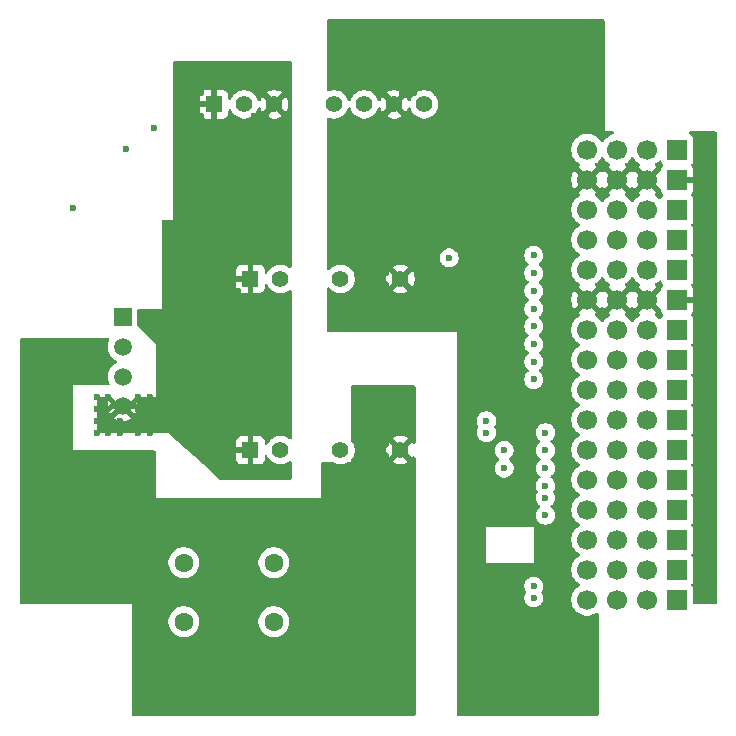
<source format=gbl>
%TF.GenerationSoftware,KiCad,Pcbnew,9.0.4*%
%TF.CreationDate,2025-09-15T13:13:37+09:00*%
%TF.ProjectId,CAN_Isolation_mini,43414e5f-4973-46f6-9c61-74696f6e5f6d,Ver.1.0*%
%TF.SameCoordinates,Original*%
%TF.FileFunction,Copper,L4,Bot*%
%TF.FilePolarity,Positive*%
%FSLAX46Y46*%
G04 Gerber Fmt 4.6, Leading zero omitted, Abs format (unit mm)*
G04 Created by KiCad (PCBNEW 9.0.4) date 2025-09-15 13:13:37*
%MOMM*%
%LPD*%
G01*
G04 APERTURE LIST*
%TA.AperFunction,ComponentPad*%
%ADD10R,1.700000X1.700000*%
%TD*%
%TA.AperFunction,ComponentPad*%
%ADD11C,1.700000*%
%TD*%
%TA.AperFunction,ComponentPad*%
%ADD12R,1.397000X1.397000*%
%TD*%
%TA.AperFunction,ComponentPad*%
%ADD13C,1.397000*%
%TD*%
%TA.AperFunction,ComponentPad*%
%ADD14R,1.508000X1.508000*%
%TD*%
%TA.AperFunction,ComponentPad*%
%ADD15C,1.508000*%
%TD*%
%TA.AperFunction,ComponentPad*%
%ADD16C,1.600000*%
%TD*%
%TA.AperFunction,ViaPad*%
%ADD17C,0.600000*%
%TD*%
%TA.AperFunction,Conductor*%
%ADD18C,0.400000*%
%TD*%
%TA.AperFunction,Conductor*%
%ADD19C,1.200000*%
%TD*%
G04 APERTURE END LIST*
D10*
%TO.P,J17,1,Pin_1*%
%TO.N,unconnected-(J17-Pin_1-Pad1)*%
X144810000Y-117440000D03*
D11*
%TO.P,J17,2,Pin_2*%
%TO.N,unconnected-(J17-Pin_2-Pad2)*%
X142270000Y-117440000D03*
%TO.P,J17,3,Pin_3*%
%TO.N,unconnected-(J17-Pin_3-Pad3)*%
X139730000Y-117440000D03*
%TO.P,J17,4,Pin_4*%
%TO.N,unconnected-(J17-Pin_4-Pad4)*%
X137190000Y-117440000D03*
%TD*%
D10*
%TO.P,J16,1,Pin_1*%
%TO.N,unconnected-(J16-Pin_1-Pad1)*%
X144810000Y-114900000D03*
D11*
%TO.P,J16,2,Pin_2*%
%TO.N,unconnected-(J16-Pin_2-Pad2)*%
X142270000Y-114900000D03*
%TO.P,J16,3,Pin_3*%
%TO.N,unconnected-(J16-Pin_3-Pad3)*%
X139730000Y-114900000D03*
%TO.P,J16,4,Pin_4*%
%TO.N,unconnected-(J16-Pin_4-Pad4)*%
X137190000Y-114900000D03*
%TD*%
D10*
%TO.P,J15,1,Pin_1*%
%TO.N,CAN_SCK*%
X144810000Y-112360000D03*
D11*
%TO.P,J15,2,Pin_2*%
X142270000Y-112360000D03*
%TO.P,J15,3,Pin_3*%
X139730000Y-112360000D03*
%TO.P,J15,4,Pin_4*%
X137190000Y-112360000D03*
%TD*%
D10*
%TO.P,J14,1,Pin_1*%
%TO.N,CAN_SDI*%
X144810000Y-109820000D03*
D11*
%TO.P,J14,2,Pin_2*%
X142270000Y-109820000D03*
%TO.P,J14,3,Pin_3*%
X139730000Y-109820000D03*
%TO.P,J14,4,Pin_4*%
X137190000Y-109820000D03*
%TD*%
D10*
%TO.P,J13,1,Pin_1*%
%TO.N,CAN_SDO*%
X144810000Y-107280000D03*
D11*
%TO.P,J13,2,Pin_2*%
X142270000Y-107280000D03*
%TO.P,J13,3,Pin_3*%
X139730000Y-107280000D03*
%TO.P,J13,4,Pin_4*%
X137190000Y-107280000D03*
%TD*%
D10*
%TO.P,J12,1,Pin_1*%
%TO.N,CAN_CS*%
X144810000Y-104740000D03*
D11*
%TO.P,J12,2,Pin_2*%
X142270000Y-104740000D03*
%TO.P,J12,3,Pin_3*%
X139730000Y-104740000D03*
%TO.P,J12,4,Pin_4*%
X137190000Y-104740000D03*
%TD*%
D10*
%TO.P,J11,1,Pin_1*%
%TO.N,CAN_LED*%
X144810000Y-102200000D03*
D11*
%TO.P,J11,2,Pin_2*%
X142270000Y-102200000D03*
%TO.P,J11,3,Pin_3*%
X139730000Y-102200000D03*
%TO.P,J11,4,Pin_4*%
X137190000Y-102200000D03*
%TD*%
D10*
%TO.P,J10,1,Pin_1*%
%TO.N,unconnected-(J10-Pin_1-Pad1)*%
X144810000Y-99660000D03*
D11*
%TO.P,J10,2,Pin_2*%
%TO.N,unconnected-(J10-Pin_2-Pad2)*%
X142270000Y-99660000D03*
%TO.P,J10,3,Pin_3*%
%TO.N,unconnected-(J10-Pin_3-Pad3)*%
X139730000Y-99660000D03*
%TO.P,J10,4,Pin_4*%
%TO.N,unconnected-(J10-Pin_4-Pad4)*%
X137190000Y-99660000D03*
%TD*%
D10*
%TO.P,J9,1,Pin_1*%
%TO.N,unconnected-(J9-Pin_1-Pad1)*%
X144810000Y-97120000D03*
D11*
%TO.P,J9,2,Pin_2*%
%TO.N,unconnected-(J9-Pin_2-Pad2)*%
X142270000Y-97120000D03*
%TO.P,J9,3,Pin_3*%
%TO.N,unconnected-(J9-Pin_3-Pad3)*%
X139730000Y-97120000D03*
%TO.P,J9,4,Pin_4*%
%TO.N,unconnected-(J9-Pin_4-Pad4)*%
X137190000Y-97120000D03*
%TD*%
D10*
%TO.P,J8,1,Pin_1*%
%TO.N,+5VP*%
X144810000Y-94580000D03*
D11*
%TO.P,J8,2,Pin_2*%
X142270000Y-94580000D03*
%TO.P,J8,3,Pin_3*%
X139730000Y-94580000D03*
%TO.P,J8,4,Pin_4*%
X137190000Y-94580000D03*
%TD*%
D10*
%TO.P,J7,1,Pin_1*%
%TO.N,GND_VP*%
X144810000Y-92040000D03*
D11*
%TO.P,J7,2,Pin_2*%
X142270000Y-92040000D03*
%TO.P,J7,3,Pin_3*%
X139730000Y-92040000D03*
%TO.P,J7,4,Pin_4*%
X137190000Y-92040000D03*
%TD*%
D10*
%TO.P,J6,1,Pin_1*%
%TO.N,unconnected-(J6-Pin_1-Pad1)*%
X144810000Y-89500000D03*
D11*
%TO.P,J6,2,Pin_2*%
%TO.N,unconnected-(J6-Pin_2-Pad2)*%
X142270000Y-89500000D03*
%TO.P,J6,3,Pin_3*%
%TO.N,unconnected-(J6-Pin_3-Pad3)*%
X139730000Y-89500000D03*
%TO.P,J6,4,Pin_4*%
%TO.N,unconnected-(J6-Pin_4-Pad4)*%
X137190000Y-89500000D03*
%TD*%
D10*
%TO.P,J5,1,Pin_1*%
%TO.N,unconnected-(J5-Pin_1-Pad1)*%
X144810000Y-86960000D03*
D11*
%TO.P,J5,2,Pin_2*%
%TO.N,unconnected-(J5-Pin_2-Pad2)*%
X142270000Y-86960000D03*
%TO.P,J5,3,Pin_3*%
%TO.N,unconnected-(J5-Pin_3-Pad3)*%
X139730000Y-86960000D03*
%TO.P,J5,4,Pin_4*%
%TO.N,unconnected-(J5-Pin_4-Pad4)*%
X137190000Y-86960000D03*
%TD*%
D10*
%TO.P,J4,1,Pin_1*%
%TO.N,+5VP*%
X144810000Y-84420000D03*
D11*
%TO.P,J4,2,Pin_2*%
X142270000Y-84420000D03*
%TO.P,J4,3,Pin_3*%
X139730000Y-84420000D03*
%TO.P,J4,4,Pin_4*%
X137190000Y-84420000D03*
%TD*%
D10*
%TO.P,J3,1,Pin_1*%
%TO.N,GND_VP*%
X144810000Y-81880000D03*
D11*
%TO.P,J3,2,Pin_2*%
X142270000Y-81880000D03*
%TO.P,J3,3,Pin_3*%
X139730000Y-81880000D03*
%TO.P,J3,4,Pin_4*%
X137190000Y-81880000D03*
%TD*%
D10*
%TO.P,J2,1,Pin_1*%
%TO.N,unconnected-(J2-Pin_1-Pad1)*%
X144810000Y-79340000D03*
D11*
%TO.P,J2,2,Pin_2*%
%TO.N,unconnected-(J2-Pin_2-Pad2)*%
X142270000Y-79340000D03*
%TO.P,J2,3,Pin_3*%
%TO.N,unconnected-(J2-Pin_3-Pad3)*%
X139730000Y-79340000D03*
%TO.P,J2,4,Pin_4*%
%TO.N,unconnected-(J2-Pin_4-Pad4)*%
X137190000Y-79340000D03*
%TD*%
D12*
%TO.P,U7,1,-VIN*%
%TO.N,BAT_GND*%
X105610000Y-75500000D03*
D13*
%TO.P,U7,2,+VIN*%
%TO.N,BAT_12V*%
X108150000Y-75500000D03*
%TO.P,U7,3,RC*%
%TO.N,BAT_GND*%
X110690000Y-75500000D03*
%TO.P,U7,5,NC*%
%TO.N,unconnected-(U7-NC-Pad5)*%
X115770000Y-75500000D03*
%TO.P,U7,6,+VOUT*%
%TO.N,+5VP*%
X118310000Y-75500000D03*
%TO.P,U7,7,-VOUT*%
%TO.N,GND_VP*%
X120850000Y-75500000D03*
%TO.P,U7,8,NC*%
%TO.N,unconnected-(U7-NC-Pad8)*%
X123390000Y-75500000D03*
%TD*%
D14*
%TO.P,J1,1,1*%
%TO.N,BAT_12V*%
X97857095Y-93544905D03*
D15*
%TO.P,J1,2,2*%
%TO.N,CAN_H*%
X97857095Y-96044905D03*
%TO.P,J1,3,3*%
%TO.N,CAN_L*%
X97857095Y-98544905D03*
%TO.P,J1,4,4*%
%TO.N,BAT_GND*%
X97857095Y-101044905D03*
%TD*%
D16*
%TO.P,R12,1*%
%TO.N,Net-(C12-Pad1)*%
X103037095Y-114294905D03*
%TO.P,R12,2*%
%TO.N,CAN_L*%
X110657095Y-114294905D03*
%TD*%
D12*
%TO.P,U3,1,-VIN*%
%TO.N,BAT_GND*%
X108680095Y-90270905D03*
D13*
%TO.P,U3,2,+VIN*%
%TO.N,BAT_12V*%
X111220095Y-90270905D03*
%TO.P,U3,3,+VOUT*%
%TO.N,+3.3VP*%
X116300095Y-90270905D03*
%TO.P,U3,4,-VOUT*%
%TO.N,GND_VP*%
X121380095Y-90270905D03*
%TD*%
D12*
%TO.P,U4,1,-VIN*%
%TO.N,BAT_GND*%
X108680095Y-104770905D03*
D13*
%TO.P,U4,2,+VIN*%
%TO.N,BAT_12V*%
X111220095Y-104770905D03*
%TO.P,U4,3,+VOUT*%
%TO.N,+5VCAN*%
X116300095Y-104770905D03*
%TO.P,U4,4,-VOUT*%
%TO.N,GND_5VCAN*%
X121380095Y-104770905D03*
%TD*%
D16*
%TO.P,R11,1*%
%TO.N,CAN_H*%
X110657095Y-119294905D03*
%TO.P,R11,2*%
%TO.N,Net-(C12-Pad1)*%
X103037095Y-119294905D03*
%TD*%
D17*
%TO.N,GND_VP*%
X138000000Y-77000000D03*
X137000000Y-77000000D03*
X136000000Y-77000000D03*
X135000000Y-77000000D03*
X134000000Y-77000000D03*
X133000000Y-77000000D03*
X132000000Y-77000000D03*
X131000000Y-77000000D03*
X130000000Y-77000000D03*
X132000000Y-122000000D03*
X134000000Y-120000000D03*
X134000000Y-122000000D03*
X133000000Y-122000000D03*
X134000000Y-121000000D03*
X133000000Y-121000000D03*
X133000000Y-120000000D03*
X122500000Y-74500000D03*
X124500000Y-74500000D03*
X125500000Y-75500000D03*
X125500000Y-74500000D03*
X125500000Y-73500000D03*
X124500000Y-73500000D03*
X123500000Y-73500000D03*
X122500000Y-73500000D03*
X120500000Y-73500000D03*
X121500000Y-73500000D03*
X121500000Y-74500000D03*
X124500000Y-80000000D03*
X125500000Y-80000000D03*
X125500000Y-79000000D03*
X125500000Y-78000000D03*
X125500000Y-77000000D03*
X124500000Y-77000000D03*
X124500000Y-78000000D03*
X124500000Y-79000000D03*
X123500000Y-79000000D03*
X123500000Y-78000000D03*
X123500000Y-77000000D03*
X122500000Y-77000000D03*
X122500000Y-78000000D03*
X122500000Y-79000000D03*
X121500000Y-79000000D03*
X121500000Y-78000000D03*
X120500000Y-78000000D03*
X120500000Y-77000000D03*
%TO.N,BAT_GND*%
X108000000Y-82500000D03*
X109000000Y-82500000D03*
X110000000Y-82500000D03*
X111000000Y-82500000D03*
X111000000Y-83500000D03*
X110000000Y-83500000D03*
X109000000Y-83500000D03*
X108000000Y-83500000D03*
X108000000Y-84500000D03*
X109000000Y-84500000D03*
X110000000Y-84500000D03*
X111000000Y-84500000D03*
X111000000Y-85500000D03*
X110000000Y-85500000D03*
X109000000Y-85500000D03*
X108000000Y-85500000D03*
X107000000Y-85500000D03*
X107000000Y-84500000D03*
X107000000Y-83500000D03*
X107000000Y-82500000D03*
X104000000Y-85500000D03*
X104000000Y-84500000D03*
X104000000Y-83500000D03*
X104500000Y-82500000D03*
X110000000Y-76500000D03*
X111000000Y-79500000D03*
X111000000Y-80500000D03*
X111000000Y-81500000D03*
X110000000Y-81500000D03*
X110000000Y-80500000D03*
X110000000Y-79500000D03*
X110000000Y-78500000D03*
X111000000Y-78500000D03*
X111000000Y-77500000D03*
X110000000Y-77500000D03*
X109000000Y-77500000D03*
X109000000Y-78500000D03*
X109000000Y-79500000D03*
X109000000Y-80500000D03*
X109000000Y-81500000D03*
X108000000Y-81500000D03*
X108000000Y-80500000D03*
X108000000Y-79500000D03*
X108000000Y-78500000D03*
X108000000Y-77500000D03*
X107000000Y-74500000D03*
X104500000Y-75500000D03*
X104500000Y-74500000D03*
X103500000Y-74500000D03*
X103500000Y-75500000D03*
X103500000Y-76500000D03*
X103500000Y-77500000D03*
X103500000Y-78500000D03*
X103500000Y-79500000D03*
X103500000Y-80500000D03*
X103500000Y-81500000D03*
X104500000Y-81500000D03*
X104500000Y-80500000D03*
X104500000Y-79500000D03*
X104500000Y-78500000D03*
X104500000Y-77500000D03*
X104500000Y-76500000D03*
X107000000Y-81500000D03*
X107000000Y-80500000D03*
X107000000Y-79500000D03*
X107000000Y-78500000D03*
X107000000Y-77500000D03*
X109000000Y-76500000D03*
X107000000Y-76500000D03*
%TO.N,+3.3VP*%
X125500000Y-88500000D03*
%TO.N,GND_VP*%
X121500000Y-77000000D03*
%TO.N,BAT_GND*%
X110657095Y-94270905D03*
X109657095Y-99294905D03*
X107657095Y-92294905D03*
X111657095Y-94294905D03*
X106657095Y-98294905D03*
X99157095Y-101294905D03*
X108657095Y-95294905D03*
X107657095Y-90294905D03*
X106657095Y-95294905D03*
X106657095Y-94294905D03*
X109657095Y-95294905D03*
X107657095Y-97294905D03*
X108657095Y-100294905D03*
X99157095Y-102294905D03*
X108657095Y-92294905D03*
X95657095Y-100294905D03*
X109657095Y-102294905D03*
X108657095Y-93294905D03*
X107657095Y-103294905D03*
X100157095Y-100294905D03*
X106657095Y-90294905D03*
X109657095Y-101294905D03*
X107657095Y-93294905D03*
X96657095Y-103294905D03*
X97657095Y-102294905D03*
X106657095Y-97294905D03*
X108657095Y-102294905D03*
X108657095Y-103294905D03*
X110657095Y-97294905D03*
X110657095Y-93294905D03*
X95657095Y-103294905D03*
X108657095Y-96294905D03*
X111657095Y-99294905D03*
X95657095Y-101294905D03*
X110657095Y-100294905D03*
X96657095Y-102294905D03*
X111657095Y-100294905D03*
X109657095Y-100294905D03*
X111657095Y-93294905D03*
X107657095Y-99294905D03*
X108657095Y-98294905D03*
X108657095Y-97294905D03*
X109657095Y-98294905D03*
X110657095Y-95294905D03*
X107657095Y-95294905D03*
X99157095Y-100294905D03*
X106657095Y-100294905D03*
X111657095Y-95294905D03*
X96657095Y-100294905D03*
X108657095Y-94294905D03*
X111657095Y-102294905D03*
X108657095Y-101294905D03*
X107657095Y-100294905D03*
X106657095Y-92294905D03*
X109657095Y-93294905D03*
X109657095Y-92294905D03*
X100157095Y-101294905D03*
X109657095Y-103294905D03*
X107657095Y-101294905D03*
X111657095Y-92294905D03*
X107657095Y-102294905D03*
X109657095Y-97294905D03*
X110657095Y-101294905D03*
X110657095Y-99294905D03*
X96657095Y-101294905D03*
X110657095Y-92294905D03*
X99157095Y-103294905D03*
X110657095Y-96294905D03*
X107657095Y-98294905D03*
X109657095Y-94294905D03*
X95657095Y-102294905D03*
X111657095Y-103294905D03*
X106657095Y-102294905D03*
X110657095Y-102294905D03*
X111657095Y-98294905D03*
X110657095Y-98294905D03*
X106657095Y-99294905D03*
X107657095Y-94294905D03*
X111657095Y-101294905D03*
X108657095Y-99294905D03*
X111657095Y-97294905D03*
X106657095Y-101294905D03*
X106657095Y-103294905D03*
X109657095Y-96294905D03*
X100157095Y-103294905D03*
X107657095Y-91294905D03*
X110657095Y-103294905D03*
X106657095Y-96294905D03*
X97657095Y-103294905D03*
X111657095Y-96294905D03*
X106657095Y-93294905D03*
X107657095Y-96294905D03*
X100157095Y-102294905D03*
X106657095Y-91294905D03*
%TO.N,GND_VP*%
X122157095Y-92794905D03*
X119157095Y-93794905D03*
X121157095Y-87794905D03*
X123157095Y-93794905D03*
X127657095Y-115794905D03*
X122157095Y-88794905D03*
X118157095Y-91794905D03*
X126657095Y-116794905D03*
X120157095Y-92794905D03*
X130157095Y-101294905D03*
X128657095Y-115794905D03*
X128657095Y-100294905D03*
X122157095Y-93794905D03*
X121157095Y-91794905D03*
X128157095Y-100794905D03*
X123157095Y-89794905D03*
X127657095Y-114794905D03*
X126657095Y-115794905D03*
X128157095Y-99794905D03*
X127657095Y-112794905D03*
X120157095Y-87794905D03*
X126657095Y-110794905D03*
X127657095Y-100294905D03*
X100500000Y-77500000D03*
X120157095Y-88794905D03*
X119157095Y-89794905D03*
X123157095Y-88794905D03*
X127657095Y-116794905D03*
X119157095Y-90794905D03*
X127657095Y-110794905D03*
X119157095Y-92794905D03*
X118157095Y-88794905D03*
X122157095Y-87794905D03*
X121157095Y-93794905D03*
X118157095Y-89794905D03*
X127657095Y-111794905D03*
X127657095Y-113794905D03*
X118157095Y-92794905D03*
X122157095Y-91794905D03*
X119157095Y-91794905D03*
X121157095Y-88794905D03*
X123157095Y-92794905D03*
X126657095Y-112794905D03*
X118157095Y-90794905D03*
X126657095Y-113794905D03*
X123157095Y-91794905D03*
X120157095Y-90794905D03*
X127657095Y-117794905D03*
X120157095Y-91794905D03*
X121157095Y-92794905D03*
X126657095Y-111794905D03*
X118157095Y-87794905D03*
X128657095Y-117794905D03*
X120157095Y-93794905D03*
X119157095Y-88794905D03*
X129157095Y-101294905D03*
X123157095Y-87794905D03*
X126657095Y-117794905D03*
X119157095Y-87794905D03*
X128657095Y-116794905D03*
X126657095Y-114794905D03*
X123157095Y-90794905D03*
X120157095Y-89794905D03*
%TO.N,+3.3VP*%
X93657095Y-84294905D03*
%TO.N,GND_5VCAN*%
X120157095Y-107294905D03*
X113157095Y-114294905D03*
X111157095Y-109294905D03*
X118157095Y-114294905D03*
X97657095Y-114294905D03*
X115157095Y-109294905D03*
X96657095Y-109294905D03*
X107157095Y-110294905D03*
X116157095Y-108294905D03*
X95657095Y-111294905D03*
X122157095Y-106294905D03*
X97657095Y-113294905D03*
X122157095Y-111294905D03*
X97657095Y-117294905D03*
X120157095Y-109294905D03*
X93657095Y-113294905D03*
X95657095Y-112294905D03*
X97657095Y-108294905D03*
X121157095Y-106294905D03*
X117157095Y-109294905D03*
X108157095Y-109294905D03*
X118157095Y-111294905D03*
X94657095Y-110294905D03*
X122157095Y-107294905D03*
X118157095Y-112294905D03*
X108157095Y-110294905D03*
X118157095Y-102294905D03*
X120157095Y-102294905D03*
X97657095Y-109294905D03*
X106157095Y-109294905D03*
X113157095Y-112294905D03*
X122157095Y-110294905D03*
X95657095Y-114294905D03*
X113157095Y-109294905D03*
X96657095Y-110294905D03*
X97657095Y-106294905D03*
X96657095Y-115294905D03*
X96657095Y-113294905D03*
X103157095Y-109294905D03*
X119157095Y-113294905D03*
X119157095Y-102294905D03*
X96657095Y-117294905D03*
X117157095Y-114294905D03*
X102157095Y-109294905D03*
X114157095Y-109294905D03*
X99657095Y-116294905D03*
X94657095Y-114294905D03*
X100657095Y-115294905D03*
X114157095Y-114294905D03*
X100657095Y-117294905D03*
X93657095Y-110294905D03*
X115157095Y-112294905D03*
X94657095Y-109294905D03*
X121157095Y-108294905D03*
X114157095Y-111294905D03*
X95657095Y-113294905D03*
X98657095Y-117294905D03*
X120157095Y-106294905D03*
X119157095Y-108294905D03*
X114157095Y-110294905D03*
X99657095Y-115294905D03*
X112157095Y-110294905D03*
X111157095Y-112294905D03*
X96657095Y-111294905D03*
X99657095Y-113294905D03*
X109157095Y-109294905D03*
X121157095Y-109294905D03*
X100657095Y-119294905D03*
X96657095Y-114294905D03*
X120157095Y-105294905D03*
X96657095Y-107294905D03*
X115157095Y-107294905D03*
X121157095Y-111294905D03*
X117157095Y-111294905D03*
X96657095Y-116294905D03*
X94657095Y-108294905D03*
X111157095Y-111294905D03*
X117157095Y-113294905D03*
X116157095Y-111294905D03*
X95657095Y-115294905D03*
X112157095Y-112294905D03*
X115157095Y-106294905D03*
X100657095Y-120294905D03*
X97657095Y-111294905D03*
X97657095Y-110294905D03*
X105157095Y-109294905D03*
X114157095Y-113294905D03*
X114157095Y-112294905D03*
X94657095Y-113294905D03*
X122157095Y-109294905D03*
X99657095Y-114294905D03*
X93657095Y-106294905D03*
X121157095Y-110294905D03*
X120157095Y-108294905D03*
X120157095Y-110294905D03*
X118157095Y-103294905D03*
X112157095Y-109294905D03*
X119157095Y-104294905D03*
X95657095Y-109294905D03*
X118157095Y-107294905D03*
X93657095Y-107294905D03*
X104157095Y-109294905D03*
X122157095Y-108294905D03*
X113157095Y-111294905D03*
X118157095Y-104294905D03*
X113157095Y-110294905D03*
X117157095Y-108294905D03*
X105157095Y-110294905D03*
X100657095Y-118294905D03*
X119157095Y-110294905D03*
X119157095Y-109294905D03*
X102157095Y-110294905D03*
X95657095Y-106294905D03*
X120157095Y-104294905D03*
X97657095Y-112294905D03*
X117157095Y-107294905D03*
X98657095Y-109294905D03*
X95657095Y-107294905D03*
X98657095Y-110294905D03*
X94657095Y-106294905D03*
X99657095Y-118294905D03*
X115157095Y-114294905D03*
X100657095Y-116294905D03*
X103157095Y-110294905D03*
X94657095Y-112294905D03*
X116157095Y-113294905D03*
X92657095Y-110294905D03*
X99657095Y-119294905D03*
X96657095Y-112294905D03*
X118157095Y-113294905D03*
X116157095Y-109294905D03*
X116157095Y-110294905D03*
X119157095Y-106294905D03*
X121157095Y-107294905D03*
X107157095Y-109294905D03*
X92657095Y-113294905D03*
X111157095Y-110294905D03*
X96657095Y-108294905D03*
X97657095Y-107294905D03*
X98657095Y-114294905D03*
X119157095Y-107294905D03*
X118157095Y-106294905D03*
X94657095Y-115294905D03*
X110157095Y-109294905D03*
X110157095Y-111294905D03*
X120157095Y-111294905D03*
X118157095Y-109294905D03*
X99657095Y-117294905D03*
X109157095Y-110294905D03*
X115157095Y-108294905D03*
X95657095Y-116294905D03*
X115157095Y-113294905D03*
X119157095Y-111294905D03*
X93657095Y-114294905D03*
X116157095Y-106294905D03*
X94657095Y-111294905D03*
X117157095Y-112294905D03*
X116157095Y-107294905D03*
X116157095Y-114294905D03*
X120157095Y-103294905D03*
X118157095Y-105294905D03*
X99657095Y-120294905D03*
X119157095Y-112294905D03*
X117157095Y-110294905D03*
X98657095Y-115294905D03*
X118157095Y-110294905D03*
X97657095Y-115294905D03*
X117157095Y-106294905D03*
X113157095Y-113294905D03*
X94657095Y-107294905D03*
X115157095Y-111294905D03*
X104157095Y-110294905D03*
X98657095Y-116294905D03*
X119157095Y-103294905D03*
X118157095Y-108294905D03*
X98657095Y-113294905D03*
X112157095Y-111294905D03*
X106157095Y-110294905D03*
X116157095Y-112294905D03*
X115157095Y-110294905D03*
X95657095Y-110294905D03*
X119157095Y-105294905D03*
X110157095Y-110294905D03*
X95657095Y-108294905D03*
X96657095Y-106294905D03*
X97657095Y-116294905D03*
%TO.N,CAN_CS*%
X133657095Y-103294905D03*
X132657095Y-98794905D03*
%TO.N,CAN_SDO*%
X133657095Y-104794905D03*
X132657095Y-97294905D03*
%TO.N,CAN_SDI*%
X133657095Y-106294905D03*
X132657095Y-95794905D03*
%TO.N,CAN_SCK*%
X132657095Y-94294905D03*
X133657095Y-107794905D03*
%TO.N,CAN_GPIO0*%
X132657095Y-92794905D03*
X133657095Y-108794905D03*
%TO.N,CAN_GPIO1*%
X133657095Y-110294905D03*
X132657095Y-91294905D03*
%TO.N,CAN_CLK*%
X130157095Y-104794905D03*
X132657095Y-88294905D03*
%TO.N,CAN_INT*%
X132657095Y-89794905D03*
X130157095Y-106294905D03*
%TO.N,Net-(U1-RXCAN)*%
X128657095Y-103294905D03*
X132657095Y-116294905D03*
%TO.N,Net-(U1-TXCAN)*%
X128657095Y-102294905D03*
X132657095Y-117294905D03*
%TO.N,CAN_LED*%
X98157095Y-79294905D03*
%TD*%
D18*
%TO.N,BAT_GND*%
X97857095Y-101044905D02*
X98907095Y-101044905D01*
D19*
X108680095Y-104770905D02*
X108680095Y-104817905D01*
D18*
X98907095Y-101044905D02*
X99157095Y-101294905D01*
X97857095Y-101044905D02*
X98407095Y-101044905D01*
X97857095Y-101044905D02*
X97407095Y-101044905D01*
X97857095Y-101044905D02*
X96907095Y-101044905D01*
D19*
X108680095Y-104770905D02*
X108681095Y-104770905D01*
D18*
X97407095Y-101044905D02*
X96657095Y-100294905D01*
X96907095Y-101044905D02*
X96657095Y-101294905D01*
X98407095Y-101044905D02*
X99157095Y-100294905D01*
%TD*%
%TA.AperFunction,Conductor*%
%TO.N,BAT_GND*%
G36*
X112100134Y-71814590D02*
G01*
X112145889Y-71867394D01*
X112157095Y-71918905D01*
X112157095Y-89226266D01*
X112137410Y-89293305D01*
X112084606Y-89339060D01*
X112015448Y-89349004D01*
X111960209Y-89326584D01*
X111848508Y-89245428D01*
X111680353Y-89159749D01*
X111680352Y-89159748D01*
X111680351Y-89159748D01*
X111500862Y-89101428D01*
X111500860Y-89101427D01*
X111500858Y-89101427D01*
X111314463Y-89071905D01*
X111314458Y-89071905D01*
X111125732Y-89071905D01*
X111125727Y-89071905D01*
X110939331Y-89101427D01*
X110759836Y-89159749D01*
X110591681Y-89245428D01*
X110525785Y-89293305D01*
X110438999Y-89356359D01*
X110438997Y-89356361D01*
X110438996Y-89356361D01*
X110305551Y-89489806D01*
X110305551Y-89489807D01*
X110305549Y-89489809D01*
X110257908Y-89555380D01*
X110194618Y-89642491D01*
X110113080Y-89802519D01*
X110065105Y-89853315D01*
X109997284Y-89870110D01*
X109931149Y-89847573D01*
X109887698Y-89792857D01*
X109878595Y-89746224D01*
X109878595Y-89524577D01*
X109878594Y-89524560D01*
X109872193Y-89465032D01*
X109872191Y-89465025D01*
X109821949Y-89330318D01*
X109821945Y-89330311D01*
X109735785Y-89215217D01*
X109735782Y-89215214D01*
X109620688Y-89129054D01*
X109620681Y-89129050D01*
X109485974Y-89078808D01*
X109485967Y-89078806D01*
X109426439Y-89072405D01*
X108930095Y-89072405D01*
X108930095Y-89901977D01*
X108851666Y-89856697D01*
X108738615Y-89826405D01*
X108621575Y-89826405D01*
X108508524Y-89856697D01*
X108430095Y-89901977D01*
X108430095Y-89072405D01*
X107933750Y-89072405D01*
X107874222Y-89078806D01*
X107874215Y-89078808D01*
X107739508Y-89129050D01*
X107739501Y-89129054D01*
X107624407Y-89215214D01*
X107624404Y-89215217D01*
X107538244Y-89330311D01*
X107538240Y-89330318D01*
X107487998Y-89465025D01*
X107487996Y-89465032D01*
X107481595Y-89524560D01*
X107481595Y-90020905D01*
X108311168Y-90020905D01*
X108265887Y-90099334D01*
X108235595Y-90212385D01*
X108235595Y-90329425D01*
X108265887Y-90442476D01*
X108311168Y-90520905D01*
X107481595Y-90520905D01*
X107481595Y-91017249D01*
X107487996Y-91076777D01*
X107487998Y-91076784D01*
X107538240Y-91211491D01*
X107538244Y-91211498D01*
X107624404Y-91326592D01*
X107624407Y-91326595D01*
X107739501Y-91412755D01*
X107739508Y-91412759D01*
X107874215Y-91463001D01*
X107874222Y-91463003D01*
X107933750Y-91469404D01*
X107933767Y-91469405D01*
X108430095Y-91469405D01*
X108430095Y-90639832D01*
X108508524Y-90685113D01*
X108621575Y-90715405D01*
X108738615Y-90715405D01*
X108851666Y-90685113D01*
X108930095Y-90639832D01*
X108930095Y-91469405D01*
X109426423Y-91469405D01*
X109426439Y-91469404D01*
X109485967Y-91463003D01*
X109485974Y-91463001D01*
X109620681Y-91412759D01*
X109620688Y-91412755D01*
X109735782Y-91326595D01*
X109735785Y-91326592D01*
X109821945Y-91211498D01*
X109821949Y-91211491D01*
X109872191Y-91076784D01*
X109872193Y-91076777D01*
X109878594Y-91017249D01*
X109878595Y-91017232D01*
X109878595Y-90795585D01*
X109898280Y-90728546D01*
X109951084Y-90682791D01*
X110020242Y-90672847D01*
X110083798Y-90701872D01*
X110113079Y-90739289D01*
X110194618Y-90899318D01*
X110305549Y-91052001D01*
X110438999Y-91185451D01*
X110591682Y-91296382D01*
X110759839Y-91382062D01*
X110939328Y-91440382D01*
X111009229Y-91451453D01*
X111125727Y-91469905D01*
X111125732Y-91469905D01*
X111314463Y-91469905D01*
X111418015Y-91453503D01*
X111500862Y-91440382D01*
X111680351Y-91382062D01*
X111848508Y-91296382D01*
X111960212Y-91215223D01*
X112026015Y-91191745D01*
X112094069Y-91207570D01*
X112142764Y-91257675D01*
X112157095Y-91315543D01*
X112157095Y-103726266D01*
X112137410Y-103793305D01*
X112084606Y-103839060D01*
X112015448Y-103849004D01*
X111960209Y-103826584D01*
X111848508Y-103745428D01*
X111680353Y-103659749D01*
X111680352Y-103659748D01*
X111680351Y-103659748D01*
X111500862Y-103601428D01*
X111500860Y-103601427D01*
X111500858Y-103601427D01*
X111314463Y-103571905D01*
X111314458Y-103571905D01*
X111125732Y-103571905D01*
X111125727Y-103571905D01*
X110939331Y-103601427D01*
X110759836Y-103659749D01*
X110591681Y-103745428D01*
X110525785Y-103793305D01*
X110438999Y-103856359D01*
X110438997Y-103856361D01*
X110438996Y-103856361D01*
X110305551Y-103989806D01*
X110305551Y-103989807D01*
X110305549Y-103989809D01*
X110257908Y-104055380D01*
X110194618Y-104142491D01*
X110113080Y-104302519D01*
X110065105Y-104353315D01*
X109997284Y-104370110D01*
X109931149Y-104347573D01*
X109887698Y-104292857D01*
X109878595Y-104246224D01*
X109878595Y-104024577D01*
X109878594Y-104024560D01*
X109872193Y-103965032D01*
X109872191Y-103965025D01*
X109821949Y-103830318D01*
X109821945Y-103830311D01*
X109735785Y-103715217D01*
X109735782Y-103715214D01*
X109620688Y-103629054D01*
X109620681Y-103629050D01*
X109485974Y-103578808D01*
X109485967Y-103578806D01*
X109426439Y-103572405D01*
X108930095Y-103572405D01*
X108930095Y-104401977D01*
X108851666Y-104356697D01*
X108738615Y-104326405D01*
X108621575Y-104326405D01*
X108508524Y-104356697D01*
X108430095Y-104401977D01*
X108430095Y-103572405D01*
X107933750Y-103572405D01*
X107874222Y-103578806D01*
X107874215Y-103578808D01*
X107739508Y-103629050D01*
X107739501Y-103629054D01*
X107624407Y-103715214D01*
X107624404Y-103715217D01*
X107538244Y-103830311D01*
X107538240Y-103830318D01*
X107487998Y-103965025D01*
X107487996Y-103965032D01*
X107481595Y-104024560D01*
X107481595Y-104520905D01*
X108311168Y-104520905D01*
X108265887Y-104599334D01*
X108235595Y-104712385D01*
X108235595Y-104829425D01*
X108265887Y-104942476D01*
X108311168Y-105020905D01*
X107481595Y-105020905D01*
X107481595Y-105517249D01*
X107487996Y-105576777D01*
X107487998Y-105576784D01*
X107538240Y-105711491D01*
X107538244Y-105711498D01*
X107624404Y-105826592D01*
X107624407Y-105826595D01*
X107739501Y-105912755D01*
X107739508Y-105912759D01*
X107874215Y-105963001D01*
X107874222Y-105963003D01*
X107933750Y-105969404D01*
X107933767Y-105969405D01*
X108430095Y-105969405D01*
X108430095Y-105139832D01*
X108508524Y-105185113D01*
X108621575Y-105215405D01*
X108738615Y-105215405D01*
X108851666Y-105185113D01*
X108930095Y-105139832D01*
X108930095Y-105969405D01*
X109426423Y-105969405D01*
X109426439Y-105969404D01*
X109485967Y-105963003D01*
X109485974Y-105963001D01*
X109620681Y-105912759D01*
X109620688Y-105912755D01*
X109735782Y-105826595D01*
X109735785Y-105826592D01*
X109821945Y-105711498D01*
X109821949Y-105711491D01*
X109872191Y-105576784D01*
X109872193Y-105576777D01*
X109878594Y-105517249D01*
X109878595Y-105517232D01*
X109878595Y-105295585D01*
X109898280Y-105228546D01*
X109951084Y-105182791D01*
X110020242Y-105172847D01*
X110083798Y-105201872D01*
X110113079Y-105239289D01*
X110194618Y-105399318D01*
X110305549Y-105552001D01*
X110438999Y-105685451D01*
X110591682Y-105796382D01*
X110759839Y-105882062D01*
X110939328Y-105940382D01*
X111009229Y-105951453D01*
X111125727Y-105969905D01*
X111125732Y-105969905D01*
X111314463Y-105969905D01*
X111418015Y-105953503D01*
X111500862Y-105940382D01*
X111680351Y-105882062D01*
X111848508Y-105796382D01*
X111960212Y-105715223D01*
X112026015Y-105691745D01*
X112094069Y-105707570D01*
X112142764Y-105757675D01*
X112157095Y-105815543D01*
X112157095Y-107170905D01*
X112137410Y-107237944D01*
X112084606Y-107283699D01*
X112033095Y-107294905D01*
X106204240Y-107294905D01*
X106137201Y-107275220D01*
X106121859Y-107263584D01*
X104658703Y-105963001D01*
X101657095Y-103294905D01*
X101657094Y-103294905D01*
X95781095Y-103294905D01*
X95714056Y-103275220D01*
X95668301Y-103222416D01*
X95657095Y-103170905D01*
X95657095Y-100418905D01*
X95676780Y-100351866D01*
X95729584Y-100306111D01*
X95781095Y-100294905D01*
X96629492Y-100294905D01*
X96696531Y-100314590D01*
X96742286Y-100367394D01*
X96752230Y-100436552D01*
X96739976Y-100475200D01*
X96694970Y-100563526D01*
X96633971Y-100751258D01*
X96603095Y-100946207D01*
X96603095Y-101143602D01*
X96633971Y-101338551D01*
X96694968Y-101526278D01*
X96784578Y-101702144D01*
X96810552Y-101737893D01*
X96810552Y-101737894D01*
X97374132Y-101174313D01*
X97391170Y-101237898D01*
X97456996Y-101351912D01*
X97550088Y-101445004D01*
X97664102Y-101510830D01*
X97727685Y-101527867D01*
X97164104Y-102091446D01*
X97164105Y-102091447D01*
X97199850Y-102117417D01*
X97199863Y-102117425D01*
X97375721Y-102207031D01*
X97563448Y-102268028D01*
X97758398Y-102298905D01*
X97955792Y-102298905D01*
X98150741Y-102268028D01*
X98338468Y-102207031D01*
X98514336Y-102117421D01*
X98550083Y-102091448D01*
X98550083Y-102091446D01*
X97986505Y-101527867D01*
X98050088Y-101510830D01*
X98164102Y-101445004D01*
X98257194Y-101351912D01*
X98323020Y-101237898D01*
X98340057Y-101174314D01*
X98903636Y-101737893D01*
X98903638Y-101737893D01*
X98929611Y-101702146D01*
X99019221Y-101526278D01*
X99080218Y-101338551D01*
X99111095Y-101143602D01*
X99111095Y-100946207D01*
X99080218Y-100751258D01*
X99019219Y-100563526D01*
X98974214Y-100475200D01*
X98961317Y-100406531D01*
X98987593Y-100341791D01*
X99044699Y-100301533D01*
X99084698Y-100294905D01*
X100657095Y-100294905D01*
X100657095Y-95794905D01*
X99147913Y-94285723D01*
X99114428Y-94224400D01*
X99111594Y-94198050D01*
X99111594Y-92918904D01*
X99131279Y-92851866D01*
X99184083Y-92806111D01*
X99235594Y-92794905D01*
X101157095Y-92794905D01*
X101157095Y-85418905D01*
X101176780Y-85351866D01*
X101229584Y-85306111D01*
X101281095Y-85294905D01*
X102157095Y-85294905D01*
X102157095Y-74753655D01*
X104411500Y-74753655D01*
X104411500Y-75250000D01*
X105241073Y-75250000D01*
X105195792Y-75328429D01*
X105165500Y-75441480D01*
X105165500Y-75558520D01*
X105195792Y-75671571D01*
X105241073Y-75750000D01*
X104411500Y-75750000D01*
X104411500Y-76246344D01*
X104417901Y-76305872D01*
X104417903Y-76305879D01*
X104468145Y-76440586D01*
X104468149Y-76440593D01*
X104554309Y-76555687D01*
X104554312Y-76555690D01*
X104669406Y-76641850D01*
X104669413Y-76641854D01*
X104804120Y-76692096D01*
X104804127Y-76692098D01*
X104863655Y-76698499D01*
X104863672Y-76698500D01*
X105360000Y-76698500D01*
X105360000Y-75868927D01*
X105438429Y-75914208D01*
X105551480Y-75944500D01*
X105668520Y-75944500D01*
X105781571Y-75914208D01*
X105860000Y-75868927D01*
X105860000Y-76698500D01*
X106356328Y-76698500D01*
X106356344Y-76698499D01*
X106415872Y-76692098D01*
X106415879Y-76692096D01*
X106550586Y-76641854D01*
X106550593Y-76641850D01*
X106665687Y-76555690D01*
X106665690Y-76555687D01*
X106751850Y-76440593D01*
X106751854Y-76440586D01*
X106802096Y-76305879D01*
X106802098Y-76305872D01*
X106808499Y-76246344D01*
X106808500Y-76246327D01*
X106808500Y-76024680D01*
X106828185Y-75957641D01*
X106880989Y-75911886D01*
X106950147Y-75901942D01*
X107013703Y-75930967D01*
X107042984Y-75968384D01*
X107124523Y-76128413D01*
X107235454Y-76281096D01*
X107368904Y-76414546D01*
X107521587Y-76525477D01*
X107689744Y-76611157D01*
X107869233Y-76669477D01*
X107939134Y-76680548D01*
X108055632Y-76699000D01*
X108055637Y-76699000D01*
X108244368Y-76699000D01*
X108347920Y-76682598D01*
X108430767Y-76669477D01*
X108610256Y-76611157D01*
X108778413Y-76525477D01*
X108931096Y-76414546D01*
X109064546Y-76281096D01*
X109175477Y-76128413D01*
X109261157Y-75960256D01*
X109302333Y-75833529D01*
X109341768Y-75775858D01*
X109406127Y-75748659D01*
X109474973Y-75760573D01*
X109526449Y-75807817D01*
X109538193Y-75833533D01*
X109579304Y-75960061D01*
X109579305Y-75960063D01*
X109664952Y-76128153D01*
X109683189Y-76153255D01*
X109683190Y-76153255D01*
X110252352Y-75584093D01*
X110275792Y-75671571D01*
X110334311Y-75772930D01*
X110417070Y-75855689D01*
X110518429Y-75914208D01*
X110605905Y-75937647D01*
X110036743Y-76506808D01*
X110036743Y-76506809D01*
X110061844Y-76525046D01*
X110229935Y-76610694D01*
X110229938Y-76610695D01*
X110409349Y-76668988D01*
X110595677Y-76698500D01*
X110784323Y-76698500D01*
X110970650Y-76668988D01*
X111150061Y-76610695D01*
X111150064Y-76610694D01*
X111318151Y-76525048D01*
X111343255Y-76506808D01*
X111343256Y-76506808D01*
X110774095Y-75937647D01*
X110861571Y-75914208D01*
X110962930Y-75855689D01*
X111045689Y-75772930D01*
X111104208Y-75671571D01*
X111127647Y-75584094D01*
X111696808Y-76153256D01*
X111696808Y-76153255D01*
X111715048Y-76128151D01*
X111800694Y-75960064D01*
X111800695Y-75960061D01*
X111858988Y-75780650D01*
X111888500Y-75594323D01*
X111888500Y-75405676D01*
X111858988Y-75219349D01*
X111800695Y-75039938D01*
X111800694Y-75039935D01*
X111715046Y-74871844D01*
X111696809Y-74846743D01*
X111696808Y-74846743D01*
X111127647Y-75415904D01*
X111104208Y-75328429D01*
X111045689Y-75227070D01*
X110962930Y-75144311D01*
X110861571Y-75085792D01*
X110774094Y-75062352D01*
X111343255Y-74493190D01*
X111343255Y-74493189D01*
X111318153Y-74474952D01*
X111150063Y-74389305D01*
X111150061Y-74389304D01*
X110970650Y-74331011D01*
X110784323Y-74301500D01*
X110595677Y-74301500D01*
X110409349Y-74331011D01*
X110229938Y-74389304D01*
X110229936Y-74389305D01*
X110061844Y-74474953D01*
X110061839Y-74474957D01*
X110036743Y-74493188D01*
X110036743Y-74493191D01*
X110605906Y-75062352D01*
X110518429Y-75085792D01*
X110417070Y-75144311D01*
X110334311Y-75227070D01*
X110275792Y-75328429D01*
X110252352Y-75415905D01*
X109683191Y-74846743D01*
X109683188Y-74846743D01*
X109664957Y-74871839D01*
X109664953Y-74871844D01*
X109579306Y-75039935D01*
X109538193Y-75166467D01*
X109498755Y-75224142D01*
X109434396Y-75251340D01*
X109365550Y-75239425D01*
X109314074Y-75192181D01*
X109302333Y-75166472D01*
X109261157Y-75039744D01*
X109175477Y-74871587D01*
X109064546Y-74718904D01*
X108931096Y-74585454D01*
X108778413Y-74474523D01*
X108719120Y-74444312D01*
X108610258Y-74388844D01*
X108610257Y-74388843D01*
X108610256Y-74388843D01*
X108430767Y-74330523D01*
X108430765Y-74330522D01*
X108430763Y-74330522D01*
X108244368Y-74301000D01*
X108244363Y-74301000D01*
X108055637Y-74301000D01*
X108055632Y-74301000D01*
X107869236Y-74330522D01*
X107689741Y-74388844D01*
X107521586Y-74474523D01*
X107434475Y-74537813D01*
X107368904Y-74585454D01*
X107368902Y-74585456D01*
X107368901Y-74585456D01*
X107235456Y-74718901D01*
X107235456Y-74718902D01*
X107235454Y-74718904D01*
X107187813Y-74784475D01*
X107124523Y-74871586D01*
X107042985Y-75031614D01*
X106995010Y-75082410D01*
X106927189Y-75099205D01*
X106861054Y-75076668D01*
X106817603Y-75021952D01*
X106808500Y-74975319D01*
X106808500Y-74753672D01*
X106808499Y-74753655D01*
X106802098Y-74694127D01*
X106802096Y-74694120D01*
X106751854Y-74559413D01*
X106751850Y-74559406D01*
X106665690Y-74444312D01*
X106665687Y-74444309D01*
X106550593Y-74358149D01*
X106550586Y-74358145D01*
X106415879Y-74307903D01*
X106415872Y-74307901D01*
X106356344Y-74301500D01*
X105860000Y-74301500D01*
X105860000Y-75131072D01*
X105781571Y-75085792D01*
X105668520Y-75055500D01*
X105551480Y-75055500D01*
X105438429Y-75085792D01*
X105360000Y-75131072D01*
X105360000Y-74301500D01*
X104863655Y-74301500D01*
X104804127Y-74307901D01*
X104804120Y-74307903D01*
X104669413Y-74358145D01*
X104669406Y-74358149D01*
X104554312Y-74444309D01*
X104554309Y-74444312D01*
X104468149Y-74559406D01*
X104468145Y-74559413D01*
X104417903Y-74694120D01*
X104417901Y-74694127D01*
X104411500Y-74753655D01*
X102157095Y-74753655D01*
X102157095Y-71918905D01*
X102176780Y-71851866D01*
X102229584Y-71806111D01*
X102281095Y-71794905D01*
X112033095Y-71794905D01*
X112100134Y-71814590D01*
G37*
%TD.AperFunction*%
%TD*%
%TA.AperFunction,Conductor*%
%TO.N,GND_5VCAN*%
G36*
X96695971Y-95314590D02*
G01*
X96741726Y-95367394D01*
X96751670Y-95436552D01*
X96739418Y-95475195D01*
X96694504Y-95563344D01*
X96694503Y-95563346D01*
X96694503Y-95563347D01*
X96633484Y-95751141D01*
X96602595Y-95946168D01*
X96602595Y-96143641D01*
X96633484Y-96338668D01*
X96694503Y-96526463D01*
X96694504Y-96526466D01*
X96784151Y-96702406D01*
X96784153Y-96702409D01*
X96900210Y-96862151D01*
X97039848Y-97001789D01*
X97189329Y-97110391D01*
X97199594Y-97117849D01*
X97330246Y-97184420D01*
X97381042Y-97232395D01*
X97397837Y-97300216D01*
X97375299Y-97366351D01*
X97330246Y-97405389D01*
X97213112Y-97465072D01*
X97199590Y-97471963D01*
X97039848Y-97588020D01*
X96900210Y-97727658D01*
X96784153Y-97887400D01*
X96694503Y-98063346D01*
X96633484Y-98251141D01*
X96602595Y-98446168D01*
X96602595Y-98643641D01*
X96633484Y-98838668D01*
X96680433Y-98983161D01*
X96694504Y-99026466D01*
X96739417Y-99114612D01*
X96752313Y-99183279D01*
X96726037Y-99248019D01*
X96668931Y-99288277D01*
X96628932Y-99294905D01*
X93657095Y-99294905D01*
X93657095Y-104794905D01*
X100533095Y-104794905D01*
X100600134Y-104814590D01*
X100645889Y-104867394D01*
X100657095Y-104918905D01*
X100657095Y-108794905D01*
X114657095Y-108794905D01*
X114657095Y-105918905D01*
X114676780Y-105851866D01*
X114729584Y-105806111D01*
X114781095Y-105794905D01*
X115639014Y-105794905D01*
X115695307Y-105808419D01*
X115839839Y-105882062D01*
X116019328Y-105940382D01*
X116089229Y-105951453D01*
X116205727Y-105969905D01*
X116205732Y-105969905D01*
X116394463Y-105969905D01*
X116498015Y-105953503D01*
X116580862Y-105940382D01*
X116760351Y-105882062D01*
X116904882Y-105808419D01*
X116961176Y-105794905D01*
X117157095Y-105794905D01*
X117157095Y-105660909D01*
X117176780Y-105593870D01*
X117193414Y-105573228D01*
X117214641Y-105552001D01*
X117325572Y-105399318D01*
X117411252Y-105231161D01*
X117469572Y-105051672D01*
X117490600Y-104918905D01*
X117499095Y-104865273D01*
X117499095Y-104676536D01*
X117469572Y-104490141D01*
X117469572Y-104490138D01*
X117411252Y-104310649D01*
X117325572Y-104142492D01*
X117214641Y-103989809D01*
X117193414Y-103968582D01*
X117178710Y-103941654D01*
X117162118Y-103915836D01*
X117161226Y-103909635D01*
X117159929Y-103907259D01*
X117157095Y-103880901D01*
X117157095Y-99418905D01*
X117176780Y-99351866D01*
X117229584Y-99306111D01*
X117281095Y-99294905D01*
X122533095Y-99294905D01*
X122600134Y-99314590D01*
X122645889Y-99367394D01*
X122657095Y-99418905D01*
X122657095Y-104120737D01*
X122637410Y-104187776D01*
X122584606Y-104233531D01*
X122515448Y-104243475D01*
X122451892Y-104214450D01*
X122422611Y-104177033D01*
X122405143Y-104142752D01*
X122386904Y-104117648D01*
X122386903Y-104117648D01*
X121817742Y-104686809D01*
X121794303Y-104599334D01*
X121735784Y-104497975D01*
X121653025Y-104415216D01*
X121551666Y-104356697D01*
X121464189Y-104333257D01*
X122033350Y-103764095D01*
X122033350Y-103764094D01*
X122008248Y-103745857D01*
X121840158Y-103660210D01*
X121840156Y-103660209D01*
X121660745Y-103601916D01*
X121474418Y-103572405D01*
X121285772Y-103572405D01*
X121099444Y-103601916D01*
X120920033Y-103660209D01*
X120920031Y-103660210D01*
X120751939Y-103745858D01*
X120751934Y-103745862D01*
X120726838Y-103764093D01*
X120726838Y-103764096D01*
X121296001Y-104333257D01*
X121208524Y-104356697D01*
X121107165Y-104415216D01*
X121024406Y-104497975D01*
X120965887Y-104599334D01*
X120942447Y-104686810D01*
X120373286Y-104117648D01*
X120373283Y-104117648D01*
X120355052Y-104142744D01*
X120355048Y-104142749D01*
X120269400Y-104310841D01*
X120269399Y-104310843D01*
X120211106Y-104490254D01*
X120181595Y-104676581D01*
X120181595Y-104865228D01*
X120211106Y-105051555D01*
X120269399Y-105230966D01*
X120269400Y-105230968D01*
X120355047Y-105399058D01*
X120373284Y-105424160D01*
X120373285Y-105424160D01*
X120942447Y-104854998D01*
X120965887Y-104942476D01*
X121024406Y-105043835D01*
X121107165Y-105126594D01*
X121208524Y-105185113D01*
X121296000Y-105208552D01*
X120726838Y-105777713D01*
X120726838Y-105777714D01*
X120751939Y-105795951D01*
X120920030Y-105881599D01*
X120920033Y-105881600D01*
X121099444Y-105939893D01*
X121285772Y-105969405D01*
X121474418Y-105969405D01*
X121660745Y-105939893D01*
X121840156Y-105881600D01*
X121840159Y-105881599D01*
X122008246Y-105795953D01*
X122033350Y-105777713D01*
X122033351Y-105777713D01*
X121464190Y-105208552D01*
X121551666Y-105185113D01*
X121653025Y-105126594D01*
X121735784Y-105043835D01*
X121794303Y-104942476D01*
X121817742Y-104854999D01*
X122386903Y-105424161D01*
X122386903Y-105424160D01*
X122405143Y-105399056D01*
X122422610Y-105364777D01*
X122470585Y-105313981D01*
X122538406Y-105297186D01*
X122604541Y-105319724D01*
X122647992Y-105374439D01*
X122657095Y-105421072D01*
X122657095Y-127170405D01*
X122637410Y-127237444D01*
X122584606Y-127283199D01*
X122533095Y-127294405D01*
X98781095Y-127294405D01*
X98714056Y-127274720D01*
X98668301Y-127221916D01*
X98657095Y-127170405D01*
X98657095Y-119192553D01*
X101736595Y-119192553D01*
X101736595Y-119397256D01*
X101768617Y-119599439D01*
X101831876Y-119794128D01*
X101924810Y-119976518D01*
X102045123Y-120142118D01*
X102189881Y-120286876D01*
X102344844Y-120399461D01*
X102355485Y-120407192D01*
X102471702Y-120466408D01*
X102537871Y-120500123D01*
X102537873Y-120500123D01*
X102537876Y-120500125D01*
X102642232Y-120534032D01*
X102732560Y-120563382D01*
X102833652Y-120579393D01*
X102934743Y-120595405D01*
X102934744Y-120595405D01*
X103139446Y-120595405D01*
X103139447Y-120595405D01*
X103341629Y-120563382D01*
X103536314Y-120500125D01*
X103718705Y-120407192D01*
X103811685Y-120339637D01*
X103884308Y-120286876D01*
X103884310Y-120286873D01*
X103884314Y-120286871D01*
X104029061Y-120142124D01*
X104029063Y-120142120D01*
X104029066Y-120142118D01*
X104081827Y-120069495D01*
X104149382Y-119976515D01*
X104242315Y-119794124D01*
X104305572Y-119599439D01*
X104337595Y-119397257D01*
X104337595Y-119192553D01*
X109356595Y-119192553D01*
X109356595Y-119397256D01*
X109388617Y-119599439D01*
X109451876Y-119794128D01*
X109544810Y-119976518D01*
X109665123Y-120142118D01*
X109809881Y-120286876D01*
X109964844Y-120399461D01*
X109975485Y-120407192D01*
X110091702Y-120466408D01*
X110157871Y-120500123D01*
X110157873Y-120500123D01*
X110157876Y-120500125D01*
X110262232Y-120534032D01*
X110352560Y-120563382D01*
X110453652Y-120579393D01*
X110554743Y-120595405D01*
X110554744Y-120595405D01*
X110759446Y-120595405D01*
X110759447Y-120595405D01*
X110961629Y-120563382D01*
X111156314Y-120500125D01*
X111338705Y-120407192D01*
X111431685Y-120339637D01*
X111504308Y-120286876D01*
X111504310Y-120286873D01*
X111504314Y-120286871D01*
X111649061Y-120142124D01*
X111649063Y-120142120D01*
X111649066Y-120142118D01*
X111701827Y-120069495D01*
X111769382Y-119976515D01*
X111862315Y-119794124D01*
X111925572Y-119599439D01*
X111957595Y-119397257D01*
X111957595Y-119192553D01*
X111925572Y-118990371D01*
X111862315Y-118795686D01*
X111862313Y-118795683D01*
X111862313Y-118795681D01*
X111828598Y-118729512D01*
X111769382Y-118613295D01*
X111761651Y-118602654D01*
X111649066Y-118447691D01*
X111504308Y-118302933D01*
X111338708Y-118182620D01*
X111338707Y-118182619D01*
X111338705Y-118182618D01*
X111281748Y-118153596D01*
X111156318Y-118089686D01*
X110961629Y-118026427D01*
X110787090Y-117998783D01*
X110759447Y-117994405D01*
X110554743Y-117994405D01*
X110530424Y-117998256D01*
X110352560Y-118026427D01*
X110157871Y-118089686D01*
X109975481Y-118182620D01*
X109809881Y-118302933D01*
X109665123Y-118447691D01*
X109544810Y-118613291D01*
X109451876Y-118795681D01*
X109388617Y-118990370D01*
X109356595Y-119192553D01*
X104337595Y-119192553D01*
X104305572Y-118990371D01*
X104242315Y-118795686D01*
X104242313Y-118795683D01*
X104242313Y-118795681D01*
X104208598Y-118729512D01*
X104149382Y-118613295D01*
X104141651Y-118602654D01*
X104029066Y-118447691D01*
X103884308Y-118302933D01*
X103718708Y-118182620D01*
X103718707Y-118182619D01*
X103718705Y-118182618D01*
X103661748Y-118153596D01*
X103536318Y-118089686D01*
X103341629Y-118026427D01*
X103167090Y-117998783D01*
X103139447Y-117994405D01*
X102934743Y-117994405D01*
X102910424Y-117998256D01*
X102732560Y-118026427D01*
X102537871Y-118089686D01*
X102355481Y-118182620D01*
X102189881Y-118302933D01*
X102045123Y-118447691D01*
X101924810Y-118613291D01*
X101831876Y-118795681D01*
X101768617Y-118990370D01*
X101736595Y-119192553D01*
X98657095Y-119192553D01*
X98657095Y-117794905D01*
X89281595Y-117794905D01*
X89214556Y-117775220D01*
X89168801Y-117722416D01*
X89157595Y-117670905D01*
X89157595Y-114192553D01*
X101736595Y-114192553D01*
X101736595Y-114397256D01*
X101768617Y-114599439D01*
X101831876Y-114794128D01*
X101924810Y-114976518D01*
X102045123Y-115142118D01*
X102189881Y-115286876D01*
X102344844Y-115399461D01*
X102355485Y-115407192D01*
X102471702Y-115466408D01*
X102537871Y-115500123D01*
X102537873Y-115500123D01*
X102537876Y-115500125D01*
X102642232Y-115534032D01*
X102732560Y-115563382D01*
X102833652Y-115579393D01*
X102934743Y-115595405D01*
X102934744Y-115595405D01*
X103139446Y-115595405D01*
X103139447Y-115595405D01*
X103341629Y-115563382D01*
X103536314Y-115500125D01*
X103718705Y-115407192D01*
X103811685Y-115339637D01*
X103884308Y-115286876D01*
X103884310Y-115286873D01*
X103884314Y-115286871D01*
X104029061Y-115142124D01*
X104029063Y-115142120D01*
X104029066Y-115142118D01*
X104081827Y-115069495D01*
X104149382Y-114976515D01*
X104242315Y-114794124D01*
X104305572Y-114599439D01*
X104337595Y-114397257D01*
X104337595Y-114192553D01*
X109356595Y-114192553D01*
X109356595Y-114397256D01*
X109388617Y-114599439D01*
X109451876Y-114794128D01*
X109544810Y-114976518D01*
X109665123Y-115142118D01*
X109809881Y-115286876D01*
X109964844Y-115399461D01*
X109975485Y-115407192D01*
X110091702Y-115466408D01*
X110157871Y-115500123D01*
X110157873Y-115500123D01*
X110157876Y-115500125D01*
X110262232Y-115534032D01*
X110352560Y-115563382D01*
X110453652Y-115579393D01*
X110554743Y-115595405D01*
X110554744Y-115595405D01*
X110759446Y-115595405D01*
X110759447Y-115595405D01*
X110961629Y-115563382D01*
X111156314Y-115500125D01*
X111338705Y-115407192D01*
X111431685Y-115339637D01*
X111504308Y-115286876D01*
X111504310Y-115286873D01*
X111504314Y-115286871D01*
X111649061Y-115142124D01*
X111649063Y-115142120D01*
X111649066Y-115142118D01*
X111701827Y-115069495D01*
X111769382Y-114976515D01*
X111862315Y-114794124D01*
X111925572Y-114599439D01*
X111957595Y-114397257D01*
X111957595Y-114192553D01*
X111925572Y-113990371D01*
X111862315Y-113795686D01*
X111862313Y-113795683D01*
X111862313Y-113795681D01*
X111828598Y-113729512D01*
X111769382Y-113613295D01*
X111761651Y-113602654D01*
X111649066Y-113447691D01*
X111504308Y-113302933D01*
X111338708Y-113182620D01*
X111338707Y-113182619D01*
X111338705Y-113182618D01*
X111281748Y-113153596D01*
X111156318Y-113089686D01*
X110961629Y-113026427D01*
X110787090Y-112998783D01*
X110759447Y-112994405D01*
X110554743Y-112994405D01*
X110530424Y-112998256D01*
X110352560Y-113026427D01*
X110157871Y-113089686D01*
X109975481Y-113182620D01*
X109809881Y-113302933D01*
X109665123Y-113447691D01*
X109544810Y-113613291D01*
X109451876Y-113795681D01*
X109388617Y-113990370D01*
X109356595Y-114192553D01*
X104337595Y-114192553D01*
X104305572Y-113990371D01*
X104242315Y-113795686D01*
X104242313Y-113795683D01*
X104242313Y-113795681D01*
X104208598Y-113729512D01*
X104149382Y-113613295D01*
X104141651Y-113602654D01*
X104029066Y-113447691D01*
X103884308Y-113302933D01*
X103718708Y-113182620D01*
X103718707Y-113182619D01*
X103718705Y-113182618D01*
X103661748Y-113153596D01*
X103536318Y-113089686D01*
X103341629Y-113026427D01*
X103167090Y-112998783D01*
X103139447Y-112994405D01*
X102934743Y-112994405D01*
X102910424Y-112998256D01*
X102732560Y-113026427D01*
X102537871Y-113089686D01*
X102355481Y-113182620D01*
X102189881Y-113302933D01*
X102045123Y-113447691D01*
X101924810Y-113613291D01*
X101831876Y-113795681D01*
X101768617Y-113990370D01*
X101736595Y-114192553D01*
X89157595Y-114192553D01*
X89157595Y-95418905D01*
X89177280Y-95351866D01*
X89230084Y-95306111D01*
X89281595Y-95294905D01*
X96628932Y-95294905D01*
X96695971Y-95314590D01*
G37*
%TD.AperFunction*%
%TD*%
%TA.AperFunction,Conductor*%
%TO.N,GND_VP*%
G36*
X138600134Y-68315090D02*
G01*
X138645889Y-68367894D01*
X138657095Y-68419405D01*
X138657095Y-77794905D01*
X139332100Y-77794905D01*
X139399139Y-77814590D01*
X139444894Y-77867394D01*
X139454838Y-77936552D01*
X139425813Y-78000108D01*
X139370418Y-78036835D01*
X139341592Y-78046202D01*
X139211585Y-78088444D01*
X139022179Y-78184951D01*
X138850213Y-78309890D01*
X138699890Y-78460213D01*
X138574949Y-78632182D01*
X138570484Y-78640946D01*
X138522509Y-78691742D01*
X138454688Y-78708536D01*
X138388553Y-78685998D01*
X138349516Y-78640946D01*
X138345050Y-78632182D01*
X138220109Y-78460213D01*
X138069786Y-78309890D01*
X137897820Y-78184951D01*
X137708414Y-78088444D01*
X137708413Y-78088443D01*
X137708412Y-78088443D01*
X137506243Y-78022754D01*
X137506241Y-78022753D01*
X137506240Y-78022753D01*
X137344957Y-77997208D01*
X137296287Y-77989500D01*
X137083713Y-77989500D01*
X137035042Y-77997208D01*
X136873760Y-78022753D01*
X136671585Y-78088444D01*
X136482179Y-78184951D01*
X136310213Y-78309890D01*
X136159890Y-78460213D01*
X136034951Y-78632179D01*
X135938444Y-78821585D01*
X135872753Y-79023760D01*
X135839500Y-79233713D01*
X135839500Y-79446286D01*
X135872753Y-79656239D01*
X135938444Y-79858414D01*
X136034951Y-80047820D01*
X136159890Y-80219786D01*
X136310213Y-80370109D01*
X136482179Y-80495048D01*
X136482181Y-80495049D01*
X136482184Y-80495051D01*
X136491493Y-80499794D01*
X136542290Y-80547766D01*
X136559087Y-80615587D01*
X136536552Y-80681722D01*
X136491505Y-80720760D01*
X136482446Y-80725376D01*
X136482440Y-80725380D01*
X136428282Y-80764727D01*
X136428282Y-80764728D01*
X137060591Y-81397037D01*
X136997007Y-81414075D01*
X136882993Y-81479901D01*
X136789901Y-81572993D01*
X136724075Y-81687007D01*
X136707037Y-81750591D01*
X136074728Y-81118282D01*
X136074727Y-81118282D01*
X136035380Y-81172439D01*
X135938904Y-81361782D01*
X135873242Y-81563869D01*
X135873242Y-81563872D01*
X135840000Y-81773753D01*
X135840000Y-81986246D01*
X135873242Y-82196127D01*
X135873242Y-82196130D01*
X135938904Y-82398217D01*
X136035375Y-82587550D01*
X136074728Y-82641716D01*
X136707037Y-82009408D01*
X136724075Y-82072993D01*
X136789901Y-82187007D01*
X136882993Y-82280099D01*
X136997007Y-82345925D01*
X137060590Y-82362962D01*
X136428282Y-82995269D01*
X136428282Y-82995270D01*
X136482452Y-83034626D01*
X136482451Y-83034626D01*
X136491495Y-83039234D01*
X136542292Y-83087208D01*
X136559087Y-83155029D01*
X136536550Y-83221164D01*
X136491499Y-83260202D01*
X136482182Y-83264949D01*
X136310213Y-83389890D01*
X136159890Y-83540213D01*
X136034951Y-83712179D01*
X135938444Y-83901585D01*
X135872753Y-84103760D01*
X135839500Y-84313713D01*
X135839500Y-84526286D01*
X135872753Y-84736239D01*
X135938444Y-84938414D01*
X136034951Y-85127820D01*
X136159890Y-85299786D01*
X136310213Y-85450109D01*
X136482182Y-85575050D01*
X136490946Y-85579516D01*
X136541742Y-85627491D01*
X136558536Y-85695312D01*
X136535998Y-85761447D01*
X136490946Y-85800484D01*
X136482182Y-85804949D01*
X136310213Y-85929890D01*
X136159890Y-86080213D01*
X136034951Y-86252179D01*
X135938444Y-86441585D01*
X135872753Y-86643760D01*
X135839500Y-86853713D01*
X135839500Y-87066286D01*
X135872753Y-87276239D01*
X135938444Y-87478414D01*
X136034951Y-87667820D01*
X136159890Y-87839786D01*
X136310213Y-87990109D01*
X136482182Y-88115050D01*
X136490946Y-88119516D01*
X136541742Y-88167491D01*
X136558536Y-88235312D01*
X136535998Y-88301447D01*
X136490946Y-88340484D01*
X136482182Y-88344949D01*
X136310213Y-88469890D01*
X136159890Y-88620213D01*
X136034951Y-88792179D01*
X135938444Y-88981585D01*
X135872753Y-89183760D01*
X135845416Y-89356359D01*
X135839500Y-89393713D01*
X135839500Y-89606287D01*
X135845234Y-89642491D01*
X135871898Y-89810843D01*
X135872754Y-89816243D01*
X135929256Y-89990138D01*
X135938444Y-90018414D01*
X136034951Y-90207820D01*
X136159890Y-90379786D01*
X136310213Y-90530109D01*
X136482179Y-90655048D01*
X136482181Y-90655049D01*
X136482184Y-90655051D01*
X136491493Y-90659794D01*
X136542290Y-90707766D01*
X136559087Y-90775587D01*
X136536552Y-90841722D01*
X136491505Y-90880760D01*
X136482446Y-90885376D01*
X136482440Y-90885380D01*
X136428282Y-90924727D01*
X136428282Y-90924728D01*
X137060591Y-91557037D01*
X136997007Y-91574075D01*
X136882993Y-91639901D01*
X136789901Y-91732993D01*
X136724075Y-91847007D01*
X136707037Y-91910591D01*
X136074728Y-91278282D01*
X136074727Y-91278282D01*
X136035380Y-91332439D01*
X135938904Y-91521782D01*
X135873242Y-91723869D01*
X135873242Y-91723872D01*
X135840000Y-91933753D01*
X135840000Y-92146246D01*
X135873242Y-92356127D01*
X135873242Y-92356130D01*
X135938904Y-92558217D01*
X136035375Y-92747550D01*
X136074728Y-92801716D01*
X136707037Y-92169408D01*
X136724075Y-92232993D01*
X136789901Y-92347007D01*
X136882993Y-92440099D01*
X136997007Y-92505925D01*
X137060590Y-92522962D01*
X136428282Y-93155269D01*
X136428282Y-93155270D01*
X136482452Y-93194626D01*
X136482451Y-93194626D01*
X136491495Y-93199234D01*
X136542292Y-93247208D01*
X136559087Y-93315029D01*
X136536550Y-93381164D01*
X136491499Y-93420202D01*
X136482182Y-93424949D01*
X136310213Y-93549890D01*
X136159890Y-93700213D01*
X136034951Y-93872179D01*
X135938444Y-94061585D01*
X135872753Y-94263760D01*
X135839500Y-94473713D01*
X135839500Y-94686286D01*
X135858333Y-94805197D01*
X135872754Y-94896243D01*
X135934251Y-95085511D01*
X135938444Y-95098414D01*
X136034951Y-95287820D01*
X136159890Y-95459786D01*
X136310213Y-95610109D01*
X136482182Y-95735050D01*
X136490946Y-95739516D01*
X136541742Y-95787491D01*
X136558536Y-95855312D01*
X136535998Y-95921447D01*
X136490946Y-95960484D01*
X136482182Y-95964949D01*
X136310213Y-96089890D01*
X136159890Y-96240213D01*
X136034951Y-96412179D01*
X135938444Y-96601585D01*
X135872753Y-96803760D01*
X135839500Y-97013713D01*
X135839500Y-97226286D01*
X135862855Y-97373747D01*
X135872754Y-97436243D01*
X135902698Y-97528402D01*
X135938444Y-97638414D01*
X136034951Y-97827820D01*
X136159890Y-97999786D01*
X136310213Y-98150109D01*
X136482182Y-98275050D01*
X136490946Y-98279516D01*
X136541742Y-98327491D01*
X136558536Y-98395312D01*
X136535998Y-98461447D01*
X136490946Y-98500484D01*
X136482182Y-98504949D01*
X136310213Y-98629890D01*
X136159890Y-98780213D01*
X136034951Y-98952179D01*
X135938444Y-99141585D01*
X135872753Y-99343760D01*
X135839500Y-99553713D01*
X135839500Y-99766286D01*
X135872753Y-99976239D01*
X135938444Y-100178414D01*
X136034951Y-100367820D01*
X136159890Y-100539786D01*
X136310213Y-100690109D01*
X136482182Y-100815050D01*
X136490946Y-100819516D01*
X136541742Y-100867491D01*
X136558536Y-100935312D01*
X136535998Y-101001447D01*
X136490946Y-101040484D01*
X136482182Y-101044949D01*
X136310213Y-101169890D01*
X136159890Y-101320213D01*
X136034951Y-101492179D01*
X135938444Y-101681585D01*
X135872753Y-101883760D01*
X135839500Y-102093713D01*
X135839500Y-102306287D01*
X135872754Y-102516243D01*
X135924039Y-102674082D01*
X135938444Y-102718414D01*
X136034951Y-102907820D01*
X136159890Y-103079786D01*
X136310213Y-103230109D01*
X136482182Y-103355050D01*
X136490946Y-103359516D01*
X136541742Y-103407491D01*
X136558536Y-103475312D01*
X136535998Y-103541447D01*
X136490946Y-103580484D01*
X136482182Y-103584949D01*
X136310213Y-103709890D01*
X136159890Y-103860213D01*
X136034951Y-104032179D01*
X135938444Y-104221585D01*
X135872753Y-104423760D01*
X135839500Y-104633713D01*
X135839500Y-104846286D01*
X135872753Y-105056239D01*
X135938444Y-105258414D01*
X136034951Y-105447820D01*
X136159890Y-105619786D01*
X136310213Y-105770109D01*
X136482182Y-105895050D01*
X136490946Y-105899516D01*
X136541742Y-105947491D01*
X136558536Y-106015312D01*
X136535998Y-106081447D01*
X136490946Y-106120484D01*
X136482182Y-106124949D01*
X136310213Y-106249890D01*
X136159890Y-106400213D01*
X136034951Y-106572179D01*
X135938444Y-106761585D01*
X135872753Y-106963760D01*
X135839500Y-107173713D01*
X135839500Y-107386286D01*
X135867237Y-107561415D01*
X135872754Y-107596243D01*
X135911684Y-107716058D01*
X135938444Y-107798414D01*
X136034951Y-107987820D01*
X136159890Y-108159786D01*
X136310213Y-108310109D01*
X136482182Y-108435050D01*
X136490946Y-108439516D01*
X136541742Y-108487491D01*
X136558536Y-108555312D01*
X136535998Y-108621447D01*
X136490946Y-108660484D01*
X136482182Y-108664949D01*
X136310213Y-108789890D01*
X136159890Y-108940213D01*
X136034951Y-109112179D01*
X135938444Y-109301585D01*
X135872753Y-109503760D01*
X135863095Y-109564741D01*
X135839500Y-109713713D01*
X135839500Y-109926287D01*
X135872754Y-110136243D01*
X135898689Y-110216063D01*
X135938444Y-110338414D01*
X136034951Y-110527820D01*
X136159890Y-110699786D01*
X136310213Y-110850109D01*
X136482182Y-110975050D01*
X136490946Y-110979516D01*
X136541742Y-111027491D01*
X136558536Y-111095312D01*
X136535998Y-111161447D01*
X136490946Y-111200484D01*
X136482182Y-111204949D01*
X136310213Y-111329890D01*
X136159890Y-111480213D01*
X136034951Y-111652179D01*
X135938444Y-111841585D01*
X135872753Y-112043760D01*
X135839500Y-112253713D01*
X135839500Y-112466286D01*
X135872753Y-112676239D01*
X135938444Y-112878414D01*
X136034951Y-113067820D01*
X136159890Y-113239786D01*
X136310213Y-113390109D01*
X136482182Y-113515050D01*
X136490946Y-113519516D01*
X136541742Y-113567491D01*
X136558536Y-113635312D01*
X136535998Y-113701447D01*
X136490946Y-113740484D01*
X136482182Y-113744949D01*
X136310213Y-113869890D01*
X136159890Y-114020213D01*
X136034951Y-114192179D01*
X135938444Y-114381585D01*
X135872753Y-114583760D01*
X135839500Y-114793713D01*
X135839500Y-115006286D01*
X135872753Y-115216239D01*
X135938444Y-115418414D01*
X136034951Y-115607820D01*
X136159890Y-115779786D01*
X136310213Y-115930109D01*
X136482182Y-116055050D01*
X136490946Y-116059516D01*
X136541742Y-116107491D01*
X136558536Y-116175312D01*
X136535998Y-116241447D01*
X136490946Y-116280484D01*
X136482182Y-116284949D01*
X136310213Y-116409890D01*
X136159890Y-116560213D01*
X136034951Y-116732179D01*
X135938444Y-116921585D01*
X135872753Y-117123760D01*
X135839500Y-117333713D01*
X135839500Y-117546286D01*
X135869855Y-117737944D01*
X135872754Y-117756243D01*
X135888660Y-117805197D01*
X135938444Y-117958414D01*
X136034951Y-118147820D01*
X136159890Y-118319786D01*
X136310213Y-118470109D01*
X136482179Y-118595048D01*
X136482181Y-118595049D01*
X136482184Y-118595051D01*
X136671588Y-118691557D01*
X136873757Y-118757246D01*
X137083713Y-118790500D01*
X137083714Y-118790500D01*
X137296286Y-118790500D01*
X137296287Y-118790500D01*
X137506243Y-118757246D01*
X137708412Y-118691557D01*
X137897816Y-118595051D01*
X137934473Y-118568417D01*
X137960210Y-118549720D01*
X138026016Y-118526240D01*
X138094070Y-118542066D01*
X138142765Y-118592171D01*
X138157095Y-118650038D01*
X138157095Y-127170405D01*
X138137410Y-127237444D01*
X138084606Y-127283199D01*
X138033095Y-127294405D01*
X126281095Y-127294405D01*
X126214056Y-127274720D01*
X126168301Y-127221916D01*
X126157095Y-127170405D01*
X126157095Y-116216058D01*
X131856595Y-116216058D01*
X131856595Y-116373751D01*
X131887356Y-116528394D01*
X131887359Y-116528406D01*
X131947697Y-116674077D01*
X131947704Y-116674090D01*
X131982399Y-116726014D01*
X132003277Y-116792691D01*
X131984793Y-116860072D01*
X131982399Y-116863796D01*
X131947704Y-116915719D01*
X131947697Y-116915732D01*
X131887359Y-117061403D01*
X131887356Y-117061415D01*
X131856595Y-117216058D01*
X131856595Y-117373751D01*
X131887356Y-117528394D01*
X131887359Y-117528406D01*
X131947697Y-117674077D01*
X131947704Y-117674090D01*
X132035305Y-117805193D01*
X132035308Y-117805197D01*
X132146802Y-117916691D01*
X132146806Y-117916694D01*
X132277909Y-118004295D01*
X132277922Y-118004302D01*
X132423593Y-118064640D01*
X132423598Y-118064642D01*
X132578248Y-118095404D01*
X132578251Y-118095405D01*
X132578253Y-118095405D01*
X132735939Y-118095405D01*
X132735940Y-118095404D01*
X132890592Y-118064642D01*
X133036274Y-118004299D01*
X133167384Y-117916694D01*
X133278884Y-117805194D01*
X133366489Y-117674084D01*
X133426832Y-117528402D01*
X133457595Y-117373747D01*
X133457595Y-117216063D01*
X133457595Y-117216060D01*
X133457594Y-117216058D01*
X133426832Y-117061408D01*
X133368916Y-116921585D01*
X133366491Y-116915730D01*
X133366489Y-116915727D01*
X133366489Y-116915726D01*
X133331789Y-116863794D01*
X133310911Y-116797120D01*
X133329395Y-116729740D01*
X133331771Y-116726041D01*
X133366489Y-116674084D01*
X133426832Y-116528402D01*
X133457595Y-116373747D01*
X133457595Y-116216063D01*
X133457595Y-116216060D01*
X133457594Y-116216058D01*
X133448432Y-116170000D01*
X133426832Y-116061408D01*
X133426048Y-116059516D01*
X133366492Y-115915732D01*
X133366485Y-115915719D01*
X133278884Y-115784616D01*
X133278881Y-115784612D01*
X133167387Y-115673118D01*
X133167383Y-115673115D01*
X133036280Y-115585514D01*
X133036267Y-115585507D01*
X132890596Y-115525169D01*
X132890584Y-115525166D01*
X132735940Y-115494405D01*
X132735937Y-115494405D01*
X132578253Y-115494405D01*
X132578250Y-115494405D01*
X132423605Y-115525166D01*
X132423593Y-115525169D01*
X132277922Y-115585507D01*
X132277909Y-115585514D01*
X132146806Y-115673115D01*
X132146802Y-115673118D01*
X132035308Y-115784612D01*
X132035305Y-115784616D01*
X131947704Y-115915719D01*
X131947697Y-115915732D01*
X131887359Y-116061403D01*
X131887356Y-116061415D01*
X131856595Y-116216058D01*
X126157095Y-116216058D01*
X126157095Y-114294905D01*
X128657095Y-114294905D01*
X132657095Y-114294905D01*
X132657095Y-111294905D01*
X128657095Y-111294905D01*
X128657095Y-114294905D01*
X126157095Y-114294905D01*
X126157095Y-104716058D01*
X129356595Y-104716058D01*
X129356595Y-104873751D01*
X129387356Y-105028394D01*
X129387359Y-105028406D01*
X129447697Y-105174077D01*
X129447704Y-105174090D01*
X129535305Y-105305193D01*
X129535308Y-105305197D01*
X129646802Y-105416691D01*
X129646805Y-105416693D01*
X129646806Y-105416694D01*
X129672314Y-105433738D01*
X129684384Y-105441803D01*
X129729188Y-105495416D01*
X129737895Y-105564741D01*
X129707740Y-105627768D01*
X129684384Y-105648007D01*
X129646802Y-105673118D01*
X129535308Y-105784612D01*
X129535305Y-105784616D01*
X129447704Y-105915719D01*
X129447697Y-105915732D01*
X129387359Y-106061403D01*
X129387356Y-106061415D01*
X129356595Y-106216058D01*
X129356595Y-106373751D01*
X129387356Y-106528394D01*
X129387359Y-106528406D01*
X129447697Y-106674077D01*
X129447704Y-106674090D01*
X129535305Y-106805193D01*
X129535308Y-106805197D01*
X129646802Y-106916691D01*
X129646806Y-106916694D01*
X129777909Y-107004295D01*
X129777922Y-107004302D01*
X129875948Y-107044905D01*
X129923598Y-107064642D01*
X130078248Y-107095404D01*
X130078251Y-107095405D01*
X130078253Y-107095405D01*
X130235939Y-107095405D01*
X130235940Y-107095404D01*
X130390592Y-107064642D01*
X130536274Y-107004299D01*
X130667384Y-106916694D01*
X130778884Y-106805194D01*
X130866489Y-106674084D01*
X130926832Y-106528402D01*
X130957595Y-106373747D01*
X130957595Y-106216063D01*
X130957595Y-106216060D01*
X130957594Y-106216058D01*
X130951947Y-106187668D01*
X130926832Y-106061408D01*
X130880924Y-105950575D01*
X130866492Y-105915732D01*
X130866485Y-105915719D01*
X130778884Y-105784616D01*
X130778881Y-105784612D01*
X130667387Y-105673118D01*
X130667379Y-105673112D01*
X130629807Y-105648007D01*
X130585001Y-105594395D01*
X130576294Y-105525070D01*
X130606448Y-105462043D01*
X130629807Y-105441803D01*
X130656374Y-105424050D01*
X130667384Y-105416694D01*
X130778884Y-105305194D01*
X130866489Y-105174084D01*
X130926832Y-105028402D01*
X130957595Y-104873747D01*
X130957595Y-104716063D01*
X130957595Y-104716060D01*
X130957594Y-104716058D01*
X130926833Y-104561415D01*
X130926832Y-104561408D01*
X130926830Y-104561403D01*
X130866492Y-104415732D01*
X130866485Y-104415719D01*
X130778884Y-104284616D01*
X130778881Y-104284612D01*
X130667387Y-104173118D01*
X130667383Y-104173115D01*
X130536280Y-104085514D01*
X130536267Y-104085507D01*
X130390596Y-104025169D01*
X130390584Y-104025166D01*
X130235940Y-103994405D01*
X130235937Y-103994405D01*
X130078253Y-103994405D01*
X130078250Y-103994405D01*
X129923605Y-104025166D01*
X129923593Y-104025169D01*
X129777922Y-104085507D01*
X129777909Y-104085514D01*
X129646806Y-104173115D01*
X129646802Y-104173118D01*
X129535308Y-104284612D01*
X129535305Y-104284616D01*
X129447704Y-104415719D01*
X129447697Y-104415732D01*
X129387359Y-104561403D01*
X129387356Y-104561415D01*
X129356595Y-104716058D01*
X126157095Y-104716058D01*
X126157095Y-102216058D01*
X127856595Y-102216058D01*
X127856595Y-102373751D01*
X127887356Y-102528394D01*
X127887359Y-102528406D01*
X127947697Y-102674077D01*
X127947704Y-102674090D01*
X127982399Y-102726014D01*
X128003277Y-102792691D01*
X127984793Y-102860072D01*
X127982399Y-102863796D01*
X127947704Y-102915719D01*
X127947697Y-102915732D01*
X127887359Y-103061403D01*
X127887356Y-103061415D01*
X127856595Y-103216058D01*
X127856595Y-103373751D01*
X127887356Y-103528394D01*
X127887359Y-103528406D01*
X127947697Y-103674077D01*
X127947704Y-103674090D01*
X128035305Y-103805193D01*
X128035308Y-103805197D01*
X128146802Y-103916691D01*
X128146806Y-103916694D01*
X128277909Y-104004295D01*
X128277922Y-104004302D01*
X128366390Y-104040946D01*
X128423598Y-104064642D01*
X128578248Y-104095404D01*
X128578251Y-104095405D01*
X128578253Y-104095405D01*
X128735939Y-104095405D01*
X128735940Y-104095404D01*
X128890592Y-104064642D01*
X129036274Y-104004299D01*
X129167384Y-103916694D01*
X129278884Y-103805194D01*
X129366489Y-103674084D01*
X129426832Y-103528402D01*
X129457595Y-103373747D01*
X129457595Y-103216063D01*
X129457595Y-103216060D01*
X129457594Y-103216058D01*
X132856595Y-103216058D01*
X132856595Y-103373751D01*
X132887356Y-103528394D01*
X132887359Y-103528406D01*
X132947697Y-103674077D01*
X132947704Y-103674090D01*
X133035305Y-103805193D01*
X133035308Y-103805197D01*
X133146802Y-103916691D01*
X133146805Y-103916693D01*
X133146806Y-103916694D01*
X133172314Y-103933738D01*
X133184384Y-103941803D01*
X133229188Y-103995416D01*
X133237895Y-104064741D01*
X133207740Y-104127768D01*
X133184384Y-104148007D01*
X133146802Y-104173118D01*
X133035308Y-104284612D01*
X133035305Y-104284616D01*
X132947704Y-104415719D01*
X132947697Y-104415732D01*
X132887359Y-104561403D01*
X132887356Y-104561415D01*
X132856595Y-104716058D01*
X132856595Y-104873751D01*
X132887356Y-105028394D01*
X132887359Y-105028406D01*
X132947697Y-105174077D01*
X132947704Y-105174090D01*
X133035305Y-105305193D01*
X133035308Y-105305197D01*
X133146802Y-105416691D01*
X133146805Y-105416693D01*
X133146806Y-105416694D01*
X133172314Y-105433738D01*
X133184384Y-105441803D01*
X133229188Y-105495416D01*
X133237895Y-105564741D01*
X133207740Y-105627768D01*
X133184384Y-105648007D01*
X133146802Y-105673118D01*
X133035308Y-105784612D01*
X133035305Y-105784616D01*
X132947704Y-105915719D01*
X132947697Y-105915732D01*
X132887359Y-106061403D01*
X132887356Y-106061415D01*
X132856595Y-106216058D01*
X132856595Y-106373751D01*
X132887356Y-106528394D01*
X132887359Y-106528406D01*
X132947697Y-106674077D01*
X132947704Y-106674090D01*
X133035305Y-106805193D01*
X133035308Y-106805197D01*
X133146802Y-106916691D01*
X133146805Y-106916693D01*
X133146806Y-106916694D01*
X133172314Y-106933738D01*
X133184384Y-106941803D01*
X133229188Y-106995416D01*
X133237895Y-107064741D01*
X133207740Y-107127768D01*
X133184384Y-107148007D01*
X133146802Y-107173118D01*
X133035308Y-107284612D01*
X133035305Y-107284616D01*
X132947704Y-107415719D01*
X132947697Y-107415732D01*
X132887359Y-107561403D01*
X132887356Y-107561415D01*
X132856595Y-107716058D01*
X132856595Y-107873751D01*
X132887356Y-108028394D01*
X132887359Y-108028406D01*
X132947697Y-108174077D01*
X132947704Y-108174090D01*
X132982399Y-108226014D01*
X133003277Y-108292691D01*
X132984793Y-108360072D01*
X132982399Y-108363796D01*
X132947704Y-108415719D01*
X132947697Y-108415732D01*
X132887359Y-108561403D01*
X132887356Y-108561415D01*
X132856595Y-108716058D01*
X132856595Y-108873751D01*
X132887356Y-109028394D01*
X132887359Y-109028406D01*
X132947697Y-109174077D01*
X132947704Y-109174090D01*
X133035305Y-109305193D01*
X133035308Y-109305197D01*
X133146802Y-109416691D01*
X133146805Y-109416693D01*
X133146806Y-109416694D01*
X133172314Y-109433738D01*
X133184384Y-109441803D01*
X133229188Y-109495416D01*
X133237895Y-109564741D01*
X133207740Y-109627768D01*
X133184384Y-109648007D01*
X133146802Y-109673118D01*
X133035308Y-109784612D01*
X133035305Y-109784616D01*
X132947704Y-109915719D01*
X132947697Y-109915732D01*
X132887359Y-110061403D01*
X132887356Y-110061415D01*
X132856595Y-110216058D01*
X132856595Y-110373751D01*
X132887356Y-110528394D01*
X132887359Y-110528406D01*
X132947697Y-110674077D01*
X132947704Y-110674090D01*
X133035305Y-110805193D01*
X133035308Y-110805197D01*
X133146802Y-110916691D01*
X133146806Y-110916694D01*
X133277909Y-111004295D01*
X133277922Y-111004302D01*
X133341352Y-111030575D01*
X133423598Y-111064642D01*
X133577785Y-111095312D01*
X133578248Y-111095404D01*
X133578251Y-111095405D01*
X133578253Y-111095405D01*
X133735939Y-111095405D01*
X133735940Y-111095404D01*
X133890592Y-111064642D01*
X134036274Y-111004299D01*
X134167384Y-110916694D01*
X134278884Y-110805194D01*
X134366489Y-110674084D01*
X134426832Y-110528402D01*
X134457595Y-110373747D01*
X134457595Y-110216063D01*
X134457595Y-110216060D01*
X134457594Y-110216058D01*
X134426833Y-110061415D01*
X134426832Y-110061408D01*
X134426830Y-110061403D01*
X134366492Y-109915732D01*
X134366485Y-109915719D01*
X134278884Y-109784616D01*
X134278881Y-109784612D01*
X134167387Y-109673118D01*
X134167379Y-109673112D01*
X134129807Y-109648007D01*
X134085001Y-109594395D01*
X134076294Y-109525070D01*
X134106448Y-109462043D01*
X134129807Y-109441803D01*
X134156374Y-109424050D01*
X134167384Y-109416694D01*
X134278884Y-109305194D01*
X134366489Y-109174084D01*
X134426832Y-109028402D01*
X134457595Y-108873747D01*
X134457595Y-108716063D01*
X134457595Y-108716060D01*
X134457594Y-108716058D01*
X134446540Y-108660486D01*
X134426832Y-108561408D01*
X134418442Y-108541153D01*
X134366491Y-108415730D01*
X134366489Y-108415727D01*
X134366489Y-108415726D01*
X134331789Y-108363794D01*
X134310911Y-108297120D01*
X134329395Y-108229740D01*
X134331771Y-108226041D01*
X134366489Y-108174084D01*
X134426832Y-108028402D01*
X134457595Y-107873747D01*
X134457595Y-107716063D01*
X134457595Y-107716060D01*
X134457594Y-107716058D01*
X134426833Y-107561415D01*
X134426832Y-107561408D01*
X134413161Y-107528402D01*
X134366492Y-107415732D01*
X134366485Y-107415719D01*
X134278884Y-107284616D01*
X134278881Y-107284612D01*
X134167387Y-107173118D01*
X134167379Y-107173112D01*
X134129807Y-107148007D01*
X134085001Y-107094395D01*
X134076294Y-107025070D01*
X134106448Y-106962043D01*
X134129807Y-106941803D01*
X134156374Y-106924050D01*
X134167384Y-106916694D01*
X134278884Y-106805194D01*
X134366489Y-106674084D01*
X134426832Y-106528402D01*
X134457595Y-106373747D01*
X134457595Y-106216063D01*
X134457595Y-106216060D01*
X134457594Y-106216058D01*
X134451947Y-106187668D01*
X134426832Y-106061408D01*
X134380924Y-105950575D01*
X134366492Y-105915732D01*
X134366485Y-105915719D01*
X134278884Y-105784616D01*
X134278881Y-105784612D01*
X134167387Y-105673118D01*
X134167379Y-105673112D01*
X134129807Y-105648007D01*
X134085001Y-105594395D01*
X134076294Y-105525070D01*
X134106448Y-105462043D01*
X134129807Y-105441803D01*
X134156374Y-105424050D01*
X134167384Y-105416694D01*
X134278884Y-105305194D01*
X134366489Y-105174084D01*
X134426832Y-105028402D01*
X134457595Y-104873747D01*
X134457595Y-104716063D01*
X134457595Y-104716060D01*
X134457594Y-104716058D01*
X134426833Y-104561415D01*
X134426832Y-104561408D01*
X134426830Y-104561403D01*
X134366492Y-104415732D01*
X134366485Y-104415719D01*
X134278884Y-104284616D01*
X134278881Y-104284612D01*
X134167387Y-104173118D01*
X134167379Y-104173112D01*
X134129807Y-104148007D01*
X134085001Y-104094395D01*
X134076294Y-104025070D01*
X134106448Y-103962043D01*
X134129807Y-103941803D01*
X134156374Y-103924050D01*
X134167384Y-103916694D01*
X134278884Y-103805194D01*
X134366489Y-103674084D01*
X134426832Y-103528402D01*
X134457595Y-103373747D01*
X134457595Y-103216063D01*
X134457595Y-103216060D01*
X134457594Y-103216058D01*
X134446626Y-103160917D01*
X134426832Y-103061408D01*
X134426830Y-103061403D01*
X134366492Y-102915732D01*
X134366485Y-102915719D01*
X134278884Y-102784616D01*
X134278881Y-102784612D01*
X134167387Y-102673118D01*
X134167383Y-102673115D01*
X134036280Y-102585514D01*
X134036267Y-102585507D01*
X133890596Y-102525169D01*
X133890584Y-102525166D01*
X133735940Y-102494405D01*
X133735937Y-102494405D01*
X133578253Y-102494405D01*
X133578250Y-102494405D01*
X133423605Y-102525166D01*
X133423593Y-102525169D01*
X133277922Y-102585507D01*
X133277909Y-102585514D01*
X133146806Y-102673115D01*
X133146802Y-102673118D01*
X133035308Y-102784612D01*
X133035305Y-102784616D01*
X132947704Y-102915719D01*
X132947697Y-102915732D01*
X132887359Y-103061403D01*
X132887356Y-103061415D01*
X132856595Y-103216058D01*
X129457594Y-103216058D01*
X129446626Y-103160917D01*
X129426832Y-103061408D01*
X129426830Y-103061403D01*
X129366491Y-102915730D01*
X129366489Y-102915727D01*
X129366489Y-102915726D01*
X129331789Y-102863794D01*
X129310911Y-102797120D01*
X129329395Y-102729740D01*
X129331771Y-102726041D01*
X129366489Y-102674084D01*
X129426832Y-102528402D01*
X129457595Y-102373747D01*
X129457595Y-102216063D01*
X129457595Y-102216060D01*
X129457594Y-102216058D01*
X129426833Y-102061415D01*
X129426832Y-102061408D01*
X129426830Y-102061403D01*
X129366492Y-101915732D01*
X129366485Y-101915719D01*
X129278884Y-101784616D01*
X129278881Y-101784612D01*
X129167387Y-101673118D01*
X129167383Y-101673115D01*
X129036280Y-101585514D01*
X129036267Y-101585507D01*
X128890596Y-101525169D01*
X128890584Y-101525166D01*
X128735940Y-101494405D01*
X128735937Y-101494405D01*
X128578253Y-101494405D01*
X128578250Y-101494405D01*
X128423605Y-101525166D01*
X128423593Y-101525169D01*
X128277922Y-101585507D01*
X128277909Y-101585514D01*
X128146806Y-101673115D01*
X128146802Y-101673118D01*
X128035308Y-101784612D01*
X128035305Y-101784616D01*
X127947704Y-101915719D01*
X127947697Y-101915732D01*
X127887359Y-102061403D01*
X127887356Y-102061415D01*
X127856595Y-102216058D01*
X126157095Y-102216058D01*
X126157095Y-94794905D01*
X115281095Y-94794905D01*
X115214056Y-94775220D01*
X115168301Y-94722416D01*
X115157095Y-94670905D01*
X115157095Y-91119193D01*
X115176780Y-91052154D01*
X115229584Y-91006399D01*
X115298742Y-90996455D01*
X115362298Y-91025480D01*
X115381411Y-91046306D01*
X115385549Y-91052001D01*
X115518999Y-91185451D01*
X115671682Y-91296382D01*
X115839839Y-91382062D01*
X116019328Y-91440382D01*
X116089229Y-91451453D01*
X116205727Y-91469905D01*
X116205732Y-91469905D01*
X116394463Y-91469905D01*
X116498015Y-91453503D01*
X116580862Y-91440382D01*
X116760351Y-91382062D01*
X116928508Y-91296382D01*
X117081191Y-91185451D01*
X117214641Y-91052001D01*
X117325572Y-90899318D01*
X117411252Y-90731161D01*
X117469572Y-90551672D01*
X117486973Y-90441803D01*
X117499095Y-90365273D01*
X117499095Y-90176581D01*
X120181595Y-90176581D01*
X120181595Y-90365228D01*
X120211106Y-90551555D01*
X120269399Y-90730966D01*
X120269400Y-90730968D01*
X120355047Y-90899058D01*
X120373284Y-90924160D01*
X120373285Y-90924160D01*
X120942447Y-90354998D01*
X120965887Y-90442476D01*
X121024406Y-90543835D01*
X121107165Y-90626594D01*
X121208524Y-90685113D01*
X121296000Y-90708552D01*
X120726838Y-91277713D01*
X120726838Y-91277714D01*
X120751939Y-91295951D01*
X120920030Y-91381599D01*
X120920033Y-91381600D01*
X121099444Y-91439893D01*
X121285772Y-91469405D01*
X121474418Y-91469405D01*
X121660745Y-91439893D01*
X121840156Y-91381600D01*
X121840159Y-91381599D01*
X122008246Y-91295953D01*
X122033350Y-91277713D01*
X122033351Y-91277713D01*
X121464190Y-90708552D01*
X121551666Y-90685113D01*
X121653025Y-90626594D01*
X121735784Y-90543835D01*
X121794303Y-90442476D01*
X121817742Y-90354999D01*
X122386903Y-90924161D01*
X122386903Y-90924160D01*
X122405143Y-90899056D01*
X122490789Y-90730969D01*
X122490790Y-90730966D01*
X122549083Y-90551555D01*
X122578595Y-90365228D01*
X122578595Y-90176581D01*
X122549083Y-89990254D01*
X122490790Y-89810843D01*
X122490789Y-89810840D01*
X122405141Y-89642749D01*
X122386904Y-89617648D01*
X122386903Y-89617648D01*
X121817742Y-90186809D01*
X121794303Y-90099334D01*
X121735784Y-89997975D01*
X121653025Y-89915216D01*
X121551666Y-89856697D01*
X121464189Y-89833257D01*
X122033350Y-89264095D01*
X122033350Y-89264094D01*
X122008248Y-89245857D01*
X121840158Y-89160210D01*
X121840156Y-89160209D01*
X121660745Y-89101916D01*
X121474418Y-89072405D01*
X121285772Y-89072405D01*
X121099444Y-89101916D01*
X120920033Y-89160209D01*
X120920031Y-89160210D01*
X120751939Y-89245858D01*
X120751934Y-89245862D01*
X120726838Y-89264093D01*
X120726838Y-89264096D01*
X121296001Y-89833257D01*
X121208524Y-89856697D01*
X121107165Y-89915216D01*
X121024406Y-89997975D01*
X120965887Y-90099334D01*
X120942447Y-90186810D01*
X120373286Y-89617648D01*
X120373283Y-89617648D01*
X120355052Y-89642744D01*
X120355048Y-89642749D01*
X120269400Y-89810841D01*
X120269399Y-89810843D01*
X120211106Y-89990254D01*
X120181595Y-90176581D01*
X117499095Y-90176581D01*
X117499095Y-90176536D01*
X117469572Y-89990141D01*
X117469572Y-89990138D01*
X117411252Y-89810649D01*
X117325572Y-89642492D01*
X117214641Y-89489809D01*
X117081191Y-89356359D01*
X116928508Y-89245428D01*
X116760351Y-89159748D01*
X116580862Y-89101428D01*
X116580860Y-89101427D01*
X116580858Y-89101427D01*
X116394463Y-89071905D01*
X116394458Y-89071905D01*
X116205732Y-89071905D01*
X116205727Y-89071905D01*
X116019331Y-89101427D01*
X115839836Y-89159749D01*
X115671681Y-89245428D01*
X115638222Y-89269738D01*
X115518999Y-89356359D01*
X115518997Y-89356361D01*
X115518996Y-89356361D01*
X115385551Y-89489806D01*
X115385551Y-89489807D01*
X115385549Y-89489809D01*
X115381411Y-89495505D01*
X115326079Y-89538169D01*
X115256466Y-89544145D01*
X115194672Y-89511537D01*
X115160317Y-89450698D01*
X115157095Y-89422616D01*
X115157095Y-88421153D01*
X124699500Y-88421153D01*
X124699500Y-88578846D01*
X124730261Y-88733489D01*
X124730264Y-88733501D01*
X124790602Y-88879172D01*
X124790609Y-88879185D01*
X124878210Y-89010288D01*
X124878213Y-89010292D01*
X124989707Y-89121786D01*
X124989711Y-89121789D01*
X125120814Y-89209390D01*
X125120827Y-89209397D01*
X125208863Y-89245862D01*
X125266503Y-89269737D01*
X125421153Y-89300499D01*
X125421156Y-89300500D01*
X125421158Y-89300500D01*
X125578844Y-89300500D01*
X125578845Y-89300499D01*
X125733497Y-89269737D01*
X125879179Y-89209394D01*
X126010289Y-89121789D01*
X126121789Y-89010289D01*
X126209394Y-88879179D01*
X126213803Y-88868536D01*
X126269735Y-88733501D01*
X126269737Y-88733497D01*
X126300500Y-88578842D01*
X126300500Y-88421158D01*
X126300500Y-88421155D01*
X126300499Y-88421153D01*
X126284453Y-88340484D01*
X126269737Y-88266503D01*
X126248842Y-88216058D01*
X131856595Y-88216058D01*
X131856595Y-88373751D01*
X131887356Y-88528394D01*
X131887359Y-88528406D01*
X131947697Y-88674077D01*
X131947704Y-88674090D01*
X132035305Y-88805193D01*
X132035308Y-88805197D01*
X132146802Y-88916691D01*
X132146805Y-88916693D01*
X132146806Y-88916694D01*
X132172314Y-88933738D01*
X132184384Y-88941803D01*
X132229188Y-88995416D01*
X132237895Y-89064741D01*
X132207740Y-89127768D01*
X132184384Y-89148007D01*
X132146802Y-89173118D01*
X132035308Y-89284612D01*
X132035305Y-89284616D01*
X131947704Y-89415719D01*
X131947697Y-89415732D01*
X131887359Y-89561403D01*
X131887356Y-89561415D01*
X131856595Y-89716058D01*
X131856595Y-89873751D01*
X131887356Y-90028394D01*
X131887359Y-90028406D01*
X131947697Y-90174077D01*
X131947704Y-90174090D01*
X132035305Y-90305193D01*
X132035308Y-90305197D01*
X132146802Y-90416691D01*
X132146805Y-90416693D01*
X132146806Y-90416694D01*
X132166629Y-90429939D01*
X132184384Y-90441803D01*
X132229188Y-90495416D01*
X132237895Y-90564741D01*
X132207740Y-90627768D01*
X132184384Y-90648007D01*
X132146802Y-90673118D01*
X132035308Y-90784612D01*
X132035305Y-90784616D01*
X131947704Y-90915719D01*
X131947697Y-90915732D01*
X131887359Y-91061403D01*
X131887356Y-91061415D01*
X131856595Y-91216058D01*
X131856595Y-91373751D01*
X131887356Y-91528394D01*
X131887359Y-91528406D01*
X131947697Y-91674077D01*
X131947704Y-91674090D01*
X132035305Y-91805193D01*
X132035308Y-91805197D01*
X132146802Y-91916691D01*
X132184384Y-91941803D01*
X132229188Y-91995416D01*
X132237895Y-92064741D01*
X132207740Y-92127768D01*
X132184384Y-92148007D01*
X132146802Y-92173118D01*
X132035308Y-92284612D01*
X132035305Y-92284616D01*
X131947704Y-92415719D01*
X131947697Y-92415732D01*
X131887359Y-92561403D01*
X131887356Y-92561415D01*
X131856595Y-92716058D01*
X131856595Y-92873751D01*
X131887356Y-93028394D01*
X131887359Y-93028406D01*
X131947697Y-93174077D01*
X131947704Y-93174090D01*
X132035305Y-93305193D01*
X132035308Y-93305197D01*
X132146802Y-93416691D01*
X132146805Y-93416693D01*
X132146806Y-93416694D01*
X132172314Y-93433738D01*
X132184384Y-93441803D01*
X132229188Y-93495416D01*
X132237895Y-93564741D01*
X132207740Y-93627768D01*
X132184384Y-93648007D01*
X132146802Y-93673118D01*
X132035308Y-93784612D01*
X132035305Y-93784616D01*
X131947704Y-93915719D01*
X131947697Y-93915732D01*
X131887359Y-94061403D01*
X131887356Y-94061415D01*
X131856595Y-94216058D01*
X131856595Y-94373751D01*
X131887356Y-94528394D01*
X131887359Y-94528406D01*
X131947697Y-94674077D01*
X131947704Y-94674090D01*
X132035305Y-94805193D01*
X132035308Y-94805197D01*
X132146802Y-94916691D01*
X132146805Y-94916693D01*
X132146806Y-94916694D01*
X132172314Y-94933738D01*
X132184384Y-94941803D01*
X132229188Y-94995416D01*
X132237895Y-95064741D01*
X132207740Y-95127768D01*
X132184384Y-95148007D01*
X132146802Y-95173118D01*
X132035308Y-95284612D01*
X132035305Y-95284616D01*
X131947704Y-95415719D01*
X131947697Y-95415732D01*
X131887359Y-95561403D01*
X131887356Y-95561415D01*
X131856595Y-95716058D01*
X131856595Y-95873751D01*
X131887356Y-96028394D01*
X131887359Y-96028406D01*
X131947697Y-96174077D01*
X131947704Y-96174090D01*
X132035305Y-96305193D01*
X132035308Y-96305197D01*
X132146802Y-96416691D01*
X132146805Y-96416693D01*
X132146806Y-96416694D01*
X132153170Y-96420946D01*
X132184384Y-96441803D01*
X132229188Y-96495416D01*
X132237895Y-96564741D01*
X132207740Y-96627768D01*
X132184384Y-96648007D01*
X132146802Y-96673118D01*
X132035308Y-96784612D01*
X132035305Y-96784616D01*
X131947704Y-96915719D01*
X131947697Y-96915732D01*
X131887359Y-97061403D01*
X131887356Y-97061415D01*
X131856595Y-97216058D01*
X131856595Y-97373751D01*
X131887356Y-97528394D01*
X131887359Y-97528406D01*
X131947697Y-97674077D01*
X131947704Y-97674090D01*
X132035305Y-97805193D01*
X132035308Y-97805197D01*
X132146802Y-97916691D01*
X132146805Y-97916693D01*
X132146806Y-97916694D01*
X132172314Y-97933738D01*
X132184384Y-97941803D01*
X132229188Y-97995416D01*
X132237895Y-98064741D01*
X132207740Y-98127768D01*
X132184384Y-98148007D01*
X132146802Y-98173118D01*
X132035308Y-98284612D01*
X132035305Y-98284616D01*
X131947704Y-98415719D01*
X131947697Y-98415732D01*
X131887359Y-98561403D01*
X131887356Y-98561415D01*
X131856595Y-98716058D01*
X131856595Y-98873751D01*
X131887356Y-99028394D01*
X131887359Y-99028406D01*
X131947697Y-99174077D01*
X131947704Y-99174090D01*
X132035305Y-99305193D01*
X132035308Y-99305197D01*
X132146802Y-99416691D01*
X132146806Y-99416694D01*
X132277909Y-99504295D01*
X132277922Y-99504302D01*
X132423593Y-99564640D01*
X132423598Y-99564642D01*
X132578248Y-99595404D01*
X132578251Y-99595405D01*
X132578253Y-99595405D01*
X132735939Y-99595405D01*
X132735940Y-99595404D01*
X132890592Y-99564642D01*
X133036274Y-99504299D01*
X133167384Y-99416694D01*
X133278884Y-99305194D01*
X133366489Y-99174084D01*
X133426832Y-99028402D01*
X133457595Y-98873747D01*
X133457595Y-98716063D01*
X133457595Y-98716060D01*
X133457594Y-98716058D01*
X133426832Y-98561408D01*
X133403446Y-98504949D01*
X133366492Y-98415732D01*
X133366485Y-98415719D01*
X133278884Y-98284616D01*
X133278881Y-98284612D01*
X133167387Y-98173118D01*
X133167379Y-98173112D01*
X133129807Y-98148007D01*
X133085001Y-98094395D01*
X133076294Y-98025070D01*
X133106448Y-97962043D01*
X133129807Y-97941803D01*
X133156374Y-97924050D01*
X133167384Y-97916694D01*
X133278884Y-97805194D01*
X133366489Y-97674084D01*
X133426832Y-97528402D01*
X133457595Y-97373747D01*
X133457595Y-97216063D01*
X133457595Y-97216060D01*
X133457594Y-97216058D01*
X133426833Y-97061415D01*
X133426832Y-97061408D01*
X133407076Y-97013713D01*
X133366492Y-96915732D01*
X133366485Y-96915719D01*
X133278884Y-96784616D01*
X133278881Y-96784612D01*
X133167387Y-96673118D01*
X133167379Y-96673112D01*
X133129807Y-96648007D01*
X133085001Y-96594395D01*
X133076294Y-96525070D01*
X133106448Y-96462043D01*
X133129807Y-96441803D01*
X133161020Y-96420946D01*
X133167384Y-96416694D01*
X133278884Y-96305194D01*
X133366489Y-96174084D01*
X133426832Y-96028402D01*
X133457595Y-95873747D01*
X133457595Y-95716063D01*
X133457595Y-95716060D01*
X133457594Y-95716058D01*
X133448896Y-95672330D01*
X133426832Y-95561408D01*
X133426830Y-95561403D01*
X133366492Y-95415732D01*
X133366485Y-95415719D01*
X133278884Y-95284616D01*
X133278881Y-95284612D01*
X133167387Y-95173118D01*
X133167379Y-95173112D01*
X133129807Y-95148007D01*
X133085001Y-95094395D01*
X133076294Y-95025070D01*
X133106448Y-94962043D01*
X133129807Y-94941803D01*
X133156374Y-94924050D01*
X133167384Y-94916694D01*
X133278884Y-94805194D01*
X133366489Y-94674084D01*
X133426832Y-94528402D01*
X133457595Y-94373747D01*
X133457595Y-94216063D01*
X133457595Y-94216060D01*
X133457594Y-94216058D01*
X133438158Y-94118349D01*
X133426832Y-94061408D01*
X133426830Y-94061403D01*
X133366492Y-93915732D01*
X133366485Y-93915719D01*
X133278884Y-93784616D01*
X133278881Y-93784612D01*
X133167387Y-93673118D01*
X133167379Y-93673112D01*
X133129807Y-93648007D01*
X133085001Y-93594395D01*
X133076294Y-93525070D01*
X133106448Y-93462043D01*
X133129807Y-93441803D01*
X133162134Y-93420202D01*
X133167384Y-93416694D01*
X133278884Y-93305194D01*
X133366489Y-93174084D01*
X133426832Y-93028402D01*
X133457595Y-92873747D01*
X133457595Y-92716063D01*
X133457595Y-92716060D01*
X133457594Y-92716058D01*
X133426833Y-92561415D01*
X133426832Y-92561408D01*
X133417965Y-92540000D01*
X133366492Y-92415732D01*
X133366485Y-92415719D01*
X133278884Y-92284616D01*
X133278881Y-92284612D01*
X133167387Y-92173118D01*
X133167379Y-92173112D01*
X133129807Y-92148007D01*
X133113838Y-92128900D01*
X133094893Y-92112734D01*
X133091819Y-92102554D01*
X133085001Y-92094395D01*
X133081897Y-92069685D01*
X133074701Y-92045846D01*
X133077619Y-92035621D01*
X133076294Y-92025070D01*
X133087041Y-92002605D01*
X133093876Y-91978659D01*
X133102952Y-91969348D01*
X133106448Y-91962043D01*
X133116785Y-91951811D01*
X133122962Y-91946375D01*
X133167384Y-91916694D01*
X133278884Y-91805194D01*
X133366489Y-91674084D01*
X133426832Y-91528402D01*
X133457595Y-91373747D01*
X133457595Y-91216063D01*
X133457595Y-91216060D01*
X133457594Y-91216058D01*
X133447526Y-91165444D01*
X133426832Y-91061408D01*
X133399928Y-90996455D01*
X133366492Y-90915732D01*
X133366485Y-90915719D01*
X133278884Y-90784616D01*
X133278881Y-90784612D01*
X133167387Y-90673118D01*
X133167379Y-90673112D01*
X133129807Y-90648007D01*
X133085001Y-90594395D01*
X133076294Y-90525070D01*
X133106448Y-90462043D01*
X133129807Y-90441803D01*
X133156374Y-90424050D01*
X133167384Y-90416694D01*
X133278884Y-90305194D01*
X133366489Y-90174084D01*
X133426832Y-90028402D01*
X133457595Y-89873747D01*
X133457595Y-89716063D01*
X133457595Y-89716060D01*
X133457594Y-89716058D01*
X133442961Y-89642492D01*
X133426832Y-89561408D01*
X133426830Y-89561403D01*
X133366492Y-89415732D01*
X133366485Y-89415719D01*
X133278884Y-89284616D01*
X133278881Y-89284612D01*
X133167387Y-89173118D01*
X133167379Y-89173112D01*
X133129807Y-89148007D01*
X133085001Y-89094395D01*
X133076294Y-89025070D01*
X133106448Y-88962043D01*
X133129807Y-88941803D01*
X133156374Y-88924050D01*
X133167384Y-88916694D01*
X133278884Y-88805194D01*
X133366489Y-88674084D01*
X133426832Y-88528402D01*
X133457595Y-88373747D01*
X133457595Y-88216063D01*
X133457595Y-88216060D01*
X133457594Y-88216058D01*
X133445586Y-88155689D01*
X133426832Y-88061408D01*
X133397300Y-87990110D01*
X133366492Y-87915732D01*
X133366485Y-87915719D01*
X133278884Y-87784616D01*
X133278881Y-87784612D01*
X133167387Y-87673118D01*
X133167383Y-87673115D01*
X133036280Y-87585514D01*
X133036267Y-87585507D01*
X132890596Y-87525169D01*
X132890584Y-87525166D01*
X132735940Y-87494405D01*
X132735937Y-87494405D01*
X132578253Y-87494405D01*
X132578250Y-87494405D01*
X132423605Y-87525166D01*
X132423593Y-87525169D01*
X132277922Y-87585507D01*
X132277909Y-87585514D01*
X132146806Y-87673115D01*
X132146802Y-87673118D01*
X132035308Y-87784612D01*
X132035305Y-87784616D01*
X131947704Y-87915719D01*
X131947697Y-87915732D01*
X131887359Y-88061403D01*
X131887356Y-88061415D01*
X131856595Y-88216058D01*
X126248842Y-88216058D01*
X126223837Y-88155689D01*
X126209397Y-88120827D01*
X126209390Y-88120814D01*
X126121789Y-87989711D01*
X126121786Y-87989707D01*
X126010292Y-87878213D01*
X126010288Y-87878210D01*
X125879185Y-87790609D01*
X125879172Y-87790602D01*
X125733501Y-87730264D01*
X125733489Y-87730261D01*
X125578845Y-87699500D01*
X125578842Y-87699500D01*
X125421158Y-87699500D01*
X125421155Y-87699500D01*
X125266510Y-87730261D01*
X125266498Y-87730264D01*
X125120827Y-87790602D01*
X125120814Y-87790609D01*
X124989711Y-87878210D01*
X124989707Y-87878213D01*
X124878213Y-87989707D01*
X124878210Y-87989711D01*
X124790609Y-88120814D01*
X124790602Y-88120827D01*
X124730264Y-88266498D01*
X124730261Y-88266510D01*
X124699500Y-88421153D01*
X115157095Y-88421153D01*
X115157095Y-76732229D01*
X115176780Y-76665190D01*
X115229584Y-76619435D01*
X115298742Y-76609491D01*
X115319403Y-76614295D01*
X115489233Y-76669477D01*
X115582435Y-76684238D01*
X115675632Y-76699000D01*
X115675637Y-76699000D01*
X115864368Y-76699000D01*
X115967920Y-76682598D01*
X116050767Y-76669477D01*
X116230256Y-76611157D01*
X116398413Y-76525477D01*
X116551096Y-76414546D01*
X116684546Y-76281096D01*
X116795477Y-76128413D01*
X116881157Y-75960256D01*
X116922070Y-75834339D01*
X116961506Y-75776665D01*
X117025865Y-75749467D01*
X117094711Y-75761382D01*
X117146187Y-75808626D01*
X117157928Y-75834336D01*
X117198843Y-75960256D01*
X117284523Y-76128413D01*
X117395454Y-76281096D01*
X117528904Y-76414546D01*
X117681587Y-76525477D01*
X117849744Y-76611157D01*
X118029233Y-76669477D01*
X118099134Y-76680548D01*
X118215632Y-76699000D01*
X118215637Y-76699000D01*
X118404368Y-76699000D01*
X118507920Y-76682598D01*
X118590767Y-76669477D01*
X118770256Y-76611157D01*
X118938413Y-76525477D01*
X119091096Y-76414546D01*
X119224546Y-76281096D01*
X119335477Y-76128413D01*
X119421157Y-75960256D01*
X119462333Y-75833529D01*
X119501768Y-75775858D01*
X119566127Y-75748659D01*
X119634973Y-75760573D01*
X119686449Y-75807817D01*
X119698193Y-75833533D01*
X119739304Y-75960061D01*
X119739305Y-75960063D01*
X119824952Y-76128153D01*
X119843189Y-76153255D01*
X119843190Y-76153255D01*
X120412352Y-75584093D01*
X120435792Y-75671571D01*
X120494311Y-75772930D01*
X120577070Y-75855689D01*
X120678429Y-75914208D01*
X120765905Y-75937647D01*
X120196743Y-76506808D01*
X120196743Y-76506809D01*
X120221844Y-76525046D01*
X120389935Y-76610694D01*
X120389938Y-76610695D01*
X120569349Y-76668988D01*
X120755677Y-76698500D01*
X120944323Y-76698500D01*
X121130650Y-76668988D01*
X121310061Y-76610695D01*
X121310064Y-76610694D01*
X121478151Y-76525048D01*
X121503255Y-76506808D01*
X121503256Y-76506808D01*
X120934095Y-75937647D01*
X121021571Y-75914208D01*
X121122930Y-75855689D01*
X121205689Y-75772930D01*
X121264208Y-75671571D01*
X121287647Y-75584094D01*
X121856808Y-76153256D01*
X121856808Y-76153255D01*
X121875048Y-76128151D01*
X121960694Y-75960064D01*
X121960696Y-75960058D01*
X122001806Y-75833534D01*
X122041243Y-75775858D01*
X122105601Y-75748659D01*
X122174448Y-75760573D01*
X122225924Y-75807817D01*
X122237666Y-75833528D01*
X122244173Y-75853553D01*
X122278844Y-75960260D01*
X122364390Y-76128151D01*
X122364523Y-76128413D01*
X122475454Y-76281096D01*
X122608904Y-76414546D01*
X122761587Y-76525477D01*
X122929744Y-76611157D01*
X123109233Y-76669477D01*
X123179134Y-76680548D01*
X123295632Y-76699000D01*
X123295637Y-76699000D01*
X123484368Y-76699000D01*
X123587920Y-76682598D01*
X123670767Y-76669477D01*
X123850256Y-76611157D01*
X124018413Y-76525477D01*
X124171096Y-76414546D01*
X124304546Y-76281096D01*
X124415477Y-76128413D01*
X124501157Y-75960256D01*
X124559477Y-75780767D01*
X124576772Y-75671571D01*
X124589000Y-75594368D01*
X124589000Y-75405631D01*
X124560254Y-75224142D01*
X124559477Y-75219233D01*
X124501157Y-75039744D01*
X124415477Y-74871587D01*
X124304546Y-74718904D01*
X124171096Y-74585454D01*
X124018413Y-74474523D01*
X123850256Y-74388843D01*
X123670767Y-74330523D01*
X123670765Y-74330522D01*
X123670763Y-74330522D01*
X123484368Y-74301000D01*
X123484363Y-74301000D01*
X123295637Y-74301000D01*
X123295632Y-74301000D01*
X123109236Y-74330522D01*
X122929741Y-74388844D01*
X122761586Y-74474523D01*
X122674475Y-74537813D01*
X122608904Y-74585454D01*
X122608902Y-74585456D01*
X122608901Y-74585456D01*
X122475456Y-74718901D01*
X122475456Y-74718902D01*
X122475454Y-74718904D01*
X122427813Y-74784475D01*
X122364523Y-74871586D01*
X122278844Y-75039739D01*
X122237668Y-75166467D01*
X122198230Y-75224142D01*
X122133871Y-75251340D01*
X122065025Y-75239425D01*
X122013549Y-75192181D01*
X122001806Y-75166466D01*
X121960695Y-75039938D01*
X121960694Y-75039935D01*
X121875046Y-74871844D01*
X121856809Y-74846743D01*
X121856808Y-74846743D01*
X121287647Y-75415904D01*
X121264208Y-75328429D01*
X121205689Y-75227070D01*
X121122930Y-75144311D01*
X121021571Y-75085792D01*
X120934094Y-75062352D01*
X121503255Y-74493190D01*
X121503255Y-74493189D01*
X121478153Y-74474952D01*
X121310063Y-74389305D01*
X121310061Y-74389304D01*
X121130650Y-74331011D01*
X120944323Y-74301500D01*
X120755677Y-74301500D01*
X120569349Y-74331011D01*
X120389938Y-74389304D01*
X120389936Y-74389305D01*
X120221844Y-74474953D01*
X120221839Y-74474957D01*
X120196743Y-74493188D01*
X120196743Y-74493191D01*
X120765906Y-75062352D01*
X120678429Y-75085792D01*
X120577070Y-75144311D01*
X120494311Y-75227070D01*
X120435792Y-75328429D01*
X120412352Y-75415905D01*
X119843191Y-74846743D01*
X119843188Y-74846743D01*
X119824957Y-74871839D01*
X119824953Y-74871844D01*
X119739306Y-75039935D01*
X119698193Y-75166467D01*
X119658755Y-75224142D01*
X119594396Y-75251340D01*
X119525550Y-75239425D01*
X119474074Y-75192181D01*
X119462333Y-75166472D01*
X119421157Y-75039744D01*
X119335477Y-74871587D01*
X119224546Y-74718904D01*
X119091096Y-74585454D01*
X118938413Y-74474523D01*
X118770256Y-74388843D01*
X118590767Y-74330523D01*
X118590765Y-74330522D01*
X118590763Y-74330522D01*
X118404368Y-74301000D01*
X118404363Y-74301000D01*
X118215637Y-74301000D01*
X118215632Y-74301000D01*
X118029236Y-74330522D01*
X117849741Y-74388844D01*
X117681586Y-74474523D01*
X117594475Y-74537813D01*
X117528904Y-74585454D01*
X117528902Y-74585456D01*
X117528901Y-74585456D01*
X117395456Y-74718901D01*
X117395456Y-74718902D01*
X117395454Y-74718904D01*
X117347813Y-74784475D01*
X117284523Y-74871586D01*
X117198844Y-75039741D01*
X117157931Y-75165658D01*
X117118493Y-75223334D01*
X117054135Y-75250532D01*
X116985288Y-75238617D01*
X116933813Y-75191373D01*
X116922069Y-75165658D01*
X116881157Y-75039744D01*
X116795477Y-74871587D01*
X116684546Y-74718904D01*
X116551096Y-74585454D01*
X116398413Y-74474523D01*
X116230256Y-74388843D01*
X116050767Y-74330523D01*
X116050765Y-74330522D01*
X116050763Y-74330522D01*
X115864368Y-74301000D01*
X115864363Y-74301000D01*
X115675637Y-74301000D01*
X115675632Y-74301000D01*
X115489236Y-74330522D01*
X115489235Y-74330522D01*
X115319413Y-74385701D01*
X115249572Y-74387696D01*
X115189739Y-74351616D01*
X115158911Y-74288915D01*
X115157095Y-74267770D01*
X115157095Y-68419405D01*
X115176780Y-68352366D01*
X115229584Y-68306611D01*
X115281095Y-68295405D01*
X138533095Y-68295405D01*
X138600134Y-68315090D01*
G37*
%TD.AperFunction*%
%TA.AperFunction,Conductor*%
G36*
X148099634Y-77814590D02*
G01*
X148145389Y-77867394D01*
X148156595Y-77918905D01*
X148156595Y-117670905D01*
X148136910Y-117737944D01*
X148084106Y-117783699D01*
X148032595Y-117794905D01*
X146284500Y-117794905D01*
X146217461Y-117775220D01*
X146171706Y-117722416D01*
X146160500Y-117670905D01*
X146160499Y-116542129D01*
X146160498Y-116542123D01*
X146159022Y-116528394D01*
X146154091Y-116482517D01*
X146152810Y-116479083D01*
X146103797Y-116347671D01*
X146103795Y-116347668D01*
X146056845Y-116284951D01*
X146026421Y-116244309D01*
X146002004Y-116178848D01*
X146016855Y-116110575D01*
X146026416Y-116095696D01*
X146103796Y-115992331D01*
X146154091Y-115857483D01*
X146160500Y-115797873D01*
X146160499Y-114002128D01*
X146154091Y-113942517D01*
X146152810Y-113939083D01*
X146103797Y-113807671D01*
X146103795Y-113807668D01*
X146056845Y-113744951D01*
X146026421Y-113704309D01*
X146002004Y-113638848D01*
X146016855Y-113570575D01*
X146026416Y-113555696D01*
X146103796Y-113452331D01*
X146154091Y-113317483D01*
X146160500Y-113257873D01*
X146160499Y-111462128D01*
X146154091Y-111402517D01*
X146152810Y-111399083D01*
X146103797Y-111267671D01*
X146103795Y-111267668D01*
X146026421Y-111164309D01*
X146002004Y-111098848D01*
X146016855Y-111030575D01*
X146026416Y-111015696D01*
X146103796Y-110912331D01*
X146154091Y-110777483D01*
X146160500Y-110717873D01*
X146160499Y-108922128D01*
X146154091Y-108862517D01*
X146152810Y-108859083D01*
X146103797Y-108727671D01*
X146103795Y-108727668D01*
X146026421Y-108624309D01*
X146002004Y-108558848D01*
X146016855Y-108490575D01*
X146026416Y-108475696D01*
X146103796Y-108372331D01*
X146154091Y-108237483D01*
X146160500Y-108177873D01*
X146160499Y-106382128D01*
X146154091Y-106322517D01*
X146152810Y-106319083D01*
X146103797Y-106187671D01*
X146103795Y-106187668D01*
X146056845Y-106124951D01*
X146026421Y-106084309D01*
X146002004Y-106018848D01*
X146016855Y-105950575D01*
X146026416Y-105935696D01*
X146103796Y-105832331D01*
X146154091Y-105697483D01*
X146160500Y-105637873D01*
X146160499Y-103842128D01*
X146154091Y-103782517D01*
X146152810Y-103779083D01*
X146103797Y-103647671D01*
X146103795Y-103647668D01*
X146026421Y-103544309D01*
X146002004Y-103478848D01*
X146016855Y-103410575D01*
X146026416Y-103395696D01*
X146103796Y-103292331D01*
X146154091Y-103157483D01*
X146160500Y-103097873D01*
X146160499Y-101302128D01*
X146154091Y-101242517D01*
X146152810Y-101239083D01*
X146103797Y-101107671D01*
X146103795Y-101107668D01*
X146056845Y-101044951D01*
X146026421Y-101004309D01*
X146002004Y-100938848D01*
X146016855Y-100870575D01*
X146026416Y-100855696D01*
X146103796Y-100752331D01*
X146154091Y-100617483D01*
X146160500Y-100557873D01*
X146160499Y-98762128D01*
X146154091Y-98702517D01*
X146152810Y-98699083D01*
X146103797Y-98567671D01*
X146103795Y-98567668D01*
X146056845Y-98504951D01*
X146026421Y-98464309D01*
X146002004Y-98398848D01*
X146016855Y-98330575D01*
X146026416Y-98315696D01*
X146103796Y-98212331D01*
X146154091Y-98077483D01*
X146160500Y-98017873D01*
X146160499Y-96222128D01*
X146154091Y-96162517D01*
X146152810Y-96159083D01*
X146103797Y-96027671D01*
X146103795Y-96027668D01*
X146056845Y-95964951D01*
X146026421Y-95924309D01*
X146002004Y-95858848D01*
X146016855Y-95790575D01*
X146026416Y-95775696D01*
X146103796Y-95672331D01*
X146154091Y-95537483D01*
X146160500Y-95477873D01*
X146160499Y-93682128D01*
X146155299Y-93633757D01*
X146154091Y-93622516D01*
X146103797Y-93487671D01*
X146103795Y-93487668D01*
X146084612Y-93462043D01*
X146026109Y-93383893D01*
X146001692Y-93318430D01*
X146016543Y-93250157D01*
X146026110Y-93235271D01*
X146103352Y-93132089D01*
X146103354Y-93132086D01*
X146153596Y-92997379D01*
X146153598Y-92997372D01*
X146159999Y-92937844D01*
X146160000Y-92937827D01*
X146160000Y-92290000D01*
X145243012Y-92290000D01*
X145275925Y-92232993D01*
X145310000Y-92105826D01*
X145310000Y-91974174D01*
X145275925Y-91847007D01*
X145243012Y-91790000D01*
X146160000Y-91790000D01*
X146160000Y-91142172D01*
X146159999Y-91142155D01*
X146153598Y-91082627D01*
X146153596Y-91082620D01*
X146103354Y-90947913D01*
X146103352Y-90947910D01*
X146026110Y-90844729D01*
X146001692Y-90779265D01*
X146016543Y-90710992D01*
X146026105Y-90696111D01*
X146103796Y-90592331D01*
X146154091Y-90457483D01*
X146160500Y-90397873D01*
X146160499Y-88602128D01*
X146154091Y-88542517D01*
X146152810Y-88539083D01*
X146103797Y-88407671D01*
X146103795Y-88407668D01*
X146056845Y-88344951D01*
X146026421Y-88304309D01*
X146002004Y-88238848D01*
X146016855Y-88170575D01*
X146026416Y-88155696D01*
X146103796Y-88052331D01*
X146154091Y-87917483D01*
X146160500Y-87857873D01*
X146160499Y-86062128D01*
X146154091Y-86002517D01*
X146152810Y-85999083D01*
X146103797Y-85867671D01*
X146103795Y-85867668D01*
X146056845Y-85804951D01*
X146026421Y-85764309D01*
X146002004Y-85698848D01*
X146016855Y-85630575D01*
X146026416Y-85615696D01*
X146103796Y-85512331D01*
X146154091Y-85377483D01*
X146160500Y-85317873D01*
X146160499Y-83522128D01*
X146154091Y-83462517D01*
X146152810Y-83459083D01*
X146103797Y-83327671D01*
X146103795Y-83327668D01*
X146026109Y-83223893D01*
X146001692Y-83158430D01*
X146016543Y-83090157D01*
X146026110Y-83075271D01*
X146103352Y-82972089D01*
X146103354Y-82972086D01*
X146153596Y-82837379D01*
X146153598Y-82837372D01*
X146159999Y-82777844D01*
X146160000Y-82777827D01*
X146160000Y-82130000D01*
X145243012Y-82130000D01*
X145275925Y-82072993D01*
X145310000Y-81945826D01*
X145310000Y-81814174D01*
X145275925Y-81687007D01*
X145243012Y-81630000D01*
X146160000Y-81630000D01*
X146160000Y-80982172D01*
X146159999Y-80982155D01*
X146153598Y-80922627D01*
X146153596Y-80922620D01*
X146103354Y-80787913D01*
X146103352Y-80787910D01*
X146026110Y-80684729D01*
X146001692Y-80619265D01*
X146016543Y-80550992D01*
X146026105Y-80536111D01*
X146103796Y-80432331D01*
X146154091Y-80297483D01*
X146160500Y-80237873D01*
X146160499Y-78442128D01*
X146154091Y-78382517D01*
X146152810Y-78379083D01*
X146103797Y-78247671D01*
X146103793Y-78247664D01*
X146017547Y-78132455D01*
X146017544Y-78132452D01*
X145902335Y-78046206D01*
X145902328Y-78046202D01*
X145872526Y-78035087D01*
X145816592Y-77993216D01*
X145792175Y-77927752D01*
X145807027Y-77859479D01*
X145856432Y-77810073D01*
X145915859Y-77794905D01*
X148032595Y-77794905D01*
X148099634Y-77814590D01*
G37*
%TD.AperFunction*%
%TA.AperFunction,Conductor*%
G36*
X139264075Y-92232993D02*
G01*
X139329901Y-92347007D01*
X139422993Y-92440099D01*
X139537007Y-92505925D01*
X139600590Y-92522962D01*
X138968282Y-93155269D01*
X138968282Y-93155270D01*
X139022452Y-93194626D01*
X139022451Y-93194626D01*
X139031495Y-93199234D01*
X139082292Y-93247208D01*
X139099087Y-93315029D01*
X139076550Y-93381164D01*
X139031499Y-93420202D01*
X139022182Y-93424949D01*
X138850213Y-93549890D01*
X138699890Y-93700213D01*
X138574949Y-93872182D01*
X138570484Y-93880946D01*
X138522509Y-93931742D01*
X138454688Y-93948536D01*
X138388553Y-93925998D01*
X138349516Y-93880946D01*
X138345050Y-93872182D01*
X138220109Y-93700213D01*
X138069786Y-93549890D01*
X137897817Y-93424949D01*
X137888504Y-93420204D01*
X137837707Y-93372230D01*
X137820912Y-93304409D01*
X137843449Y-93238274D01*
X137888507Y-93199232D01*
X137897555Y-93194622D01*
X137951716Y-93155270D01*
X137951717Y-93155270D01*
X137319408Y-92522962D01*
X137382993Y-92505925D01*
X137497007Y-92440099D01*
X137590099Y-92347007D01*
X137655925Y-92232993D01*
X137672962Y-92169408D01*
X138305270Y-92801717D01*
X138305270Y-92801716D01*
X138344622Y-92747554D01*
X138349514Y-92737954D01*
X138397488Y-92687157D01*
X138465308Y-92670361D01*
X138531444Y-92692897D01*
X138570486Y-92737954D01*
X138575375Y-92747550D01*
X138614728Y-92801716D01*
X139247037Y-92169408D01*
X139264075Y-92232993D01*
G37*
%TD.AperFunction*%
%TA.AperFunction,Conductor*%
G36*
X141804075Y-92232993D02*
G01*
X141869901Y-92347007D01*
X141962993Y-92440099D01*
X142077007Y-92505925D01*
X142140590Y-92522962D01*
X141508282Y-93155269D01*
X141508282Y-93155270D01*
X141562452Y-93194626D01*
X141562451Y-93194626D01*
X141571495Y-93199234D01*
X141622292Y-93247208D01*
X141639087Y-93315029D01*
X141616550Y-93381164D01*
X141571499Y-93420202D01*
X141562182Y-93424949D01*
X141390213Y-93549890D01*
X141239890Y-93700213D01*
X141114949Y-93872182D01*
X141110484Y-93880946D01*
X141062509Y-93931742D01*
X140994688Y-93948536D01*
X140928553Y-93925998D01*
X140889516Y-93880946D01*
X140885050Y-93872182D01*
X140760109Y-93700213D01*
X140609786Y-93549890D01*
X140437817Y-93424949D01*
X140428504Y-93420204D01*
X140377707Y-93372230D01*
X140360912Y-93304409D01*
X140383449Y-93238274D01*
X140428507Y-93199232D01*
X140437555Y-93194622D01*
X140491716Y-93155270D01*
X140491717Y-93155270D01*
X139859408Y-92522962D01*
X139922993Y-92505925D01*
X140037007Y-92440099D01*
X140130099Y-92347007D01*
X140195925Y-92232993D01*
X140212962Y-92169409D01*
X140845270Y-92801717D01*
X140845270Y-92801716D01*
X140884622Y-92747554D01*
X140889514Y-92737954D01*
X140937488Y-92687157D01*
X141005308Y-92670361D01*
X141071444Y-92692897D01*
X141110486Y-92737954D01*
X141115375Y-92747550D01*
X141154728Y-92801716D01*
X141787037Y-92169408D01*
X141804075Y-92232993D01*
G37*
%TD.AperFunction*%
%TA.AperFunction,Conductor*%
G36*
X143422356Y-92838803D02*
G01*
X143455841Y-92900126D01*
X143454926Y-92914831D01*
X143457497Y-92914555D01*
X143466401Y-92997373D01*
X143466403Y-92997380D01*
X143516645Y-93132086D01*
X143516646Y-93132088D01*
X143593890Y-93235272D01*
X143618307Y-93300736D01*
X143603456Y-93369009D01*
X143593890Y-93383894D01*
X143516204Y-93487669D01*
X143516203Y-93487669D01*
X143467189Y-93619083D01*
X143425317Y-93675016D01*
X143359853Y-93699433D01*
X143291580Y-93684581D01*
X143263326Y-93663430D01*
X143149786Y-93549890D01*
X142977817Y-93424949D01*
X142968504Y-93420204D01*
X142917707Y-93372230D01*
X142900912Y-93304409D01*
X142923449Y-93238274D01*
X142968507Y-93199232D01*
X142977555Y-93194622D01*
X143031716Y-93155270D01*
X143031717Y-93155270D01*
X142399408Y-92522962D01*
X142462993Y-92505925D01*
X142577007Y-92440099D01*
X142670099Y-92347007D01*
X142735925Y-92232993D01*
X142752962Y-92169409D01*
X143422356Y-92838803D01*
G37*
%TD.AperFunction*%
%TA.AperFunction,Conductor*%
G36*
X138531444Y-90153999D02*
G01*
X138570486Y-90199056D01*
X138574951Y-90207820D01*
X138699890Y-90379786D01*
X138850213Y-90530109D01*
X139022179Y-90655048D01*
X139022181Y-90655049D01*
X139022184Y-90655051D01*
X139031493Y-90659794D01*
X139082290Y-90707766D01*
X139099087Y-90775587D01*
X139076552Y-90841722D01*
X139031505Y-90880760D01*
X139022446Y-90885376D01*
X139022440Y-90885380D01*
X138968282Y-90924727D01*
X138968282Y-90924728D01*
X139600591Y-91557037D01*
X139537007Y-91574075D01*
X139422993Y-91639901D01*
X139329901Y-91732993D01*
X139264075Y-91847007D01*
X139247037Y-91910591D01*
X138614728Y-91278282D01*
X138614727Y-91278282D01*
X138575380Y-91332440D01*
X138570483Y-91342051D01*
X138522506Y-91392845D01*
X138454684Y-91409638D01*
X138388550Y-91387098D01*
X138349516Y-91342048D01*
X138344626Y-91332452D01*
X138305270Y-91278282D01*
X138305269Y-91278282D01*
X137672962Y-91910590D01*
X137655925Y-91847007D01*
X137590099Y-91732993D01*
X137497007Y-91639901D01*
X137382993Y-91574075D01*
X137319409Y-91557037D01*
X137951716Y-90924728D01*
X137897547Y-90885373D01*
X137897547Y-90885372D01*
X137888500Y-90880763D01*
X137837706Y-90832788D01*
X137820912Y-90764966D01*
X137843451Y-90698832D01*
X137888508Y-90659793D01*
X137897816Y-90655051D01*
X138022118Y-90564741D01*
X138069786Y-90530109D01*
X138069788Y-90530106D01*
X138069792Y-90530104D01*
X138220104Y-90379792D01*
X138220106Y-90379788D01*
X138220109Y-90379786D01*
X138345048Y-90207820D01*
X138345047Y-90207820D01*
X138345051Y-90207816D01*
X138349514Y-90199054D01*
X138397488Y-90148259D01*
X138465308Y-90131463D01*
X138531444Y-90153999D01*
G37*
%TD.AperFunction*%
%TA.AperFunction,Conductor*%
G36*
X141071444Y-90153999D02*
G01*
X141110486Y-90199056D01*
X141114951Y-90207820D01*
X141239890Y-90379786D01*
X141390213Y-90530109D01*
X141562179Y-90655048D01*
X141562181Y-90655049D01*
X141562184Y-90655051D01*
X141571493Y-90659794D01*
X141622290Y-90707766D01*
X141639087Y-90775587D01*
X141616552Y-90841722D01*
X141571505Y-90880760D01*
X141562446Y-90885376D01*
X141562440Y-90885380D01*
X141508282Y-90924727D01*
X141508282Y-90924728D01*
X142140591Y-91557037D01*
X142077007Y-91574075D01*
X141962993Y-91639901D01*
X141869901Y-91732993D01*
X141804075Y-91847007D01*
X141787037Y-91910591D01*
X141154728Y-91278282D01*
X141154727Y-91278282D01*
X141115380Y-91332440D01*
X141110483Y-91342051D01*
X141062506Y-91392845D01*
X140994684Y-91409638D01*
X140928550Y-91387098D01*
X140889516Y-91342048D01*
X140884626Y-91332452D01*
X140845270Y-91278282D01*
X140845269Y-91278282D01*
X140212962Y-91910590D01*
X140195925Y-91847007D01*
X140130099Y-91732993D01*
X140037007Y-91639901D01*
X139922993Y-91574075D01*
X139859409Y-91557037D01*
X140491716Y-90924728D01*
X140437547Y-90885373D01*
X140437547Y-90885372D01*
X140428500Y-90880763D01*
X140377706Y-90832788D01*
X140360912Y-90764966D01*
X140383451Y-90698832D01*
X140428508Y-90659793D01*
X140437816Y-90655051D01*
X140562118Y-90564741D01*
X140609786Y-90530109D01*
X140609788Y-90530106D01*
X140609792Y-90530104D01*
X140760104Y-90379792D01*
X140760106Y-90379788D01*
X140760109Y-90379786D01*
X140885048Y-90207820D01*
X140885047Y-90207820D01*
X140885051Y-90207816D01*
X140889514Y-90199054D01*
X140937488Y-90148259D01*
X141005308Y-90131463D01*
X141071444Y-90153999D01*
G37*
%TD.AperFunction*%
%TA.AperFunction,Conductor*%
G36*
X143394340Y-90388068D02*
G01*
X143450274Y-90429939D01*
X143467189Y-90460917D01*
X143516202Y-90592328D01*
X143516206Y-90592335D01*
X143593889Y-90696105D01*
X143618307Y-90761569D01*
X143603456Y-90829842D01*
X143593890Y-90844727D01*
X143516647Y-90947910D01*
X143516645Y-90947913D01*
X143466403Y-91082619D01*
X143466401Y-91082626D01*
X143457497Y-91165444D01*
X143454434Y-91165114D01*
X143455336Y-91182094D01*
X143422356Y-91241195D01*
X142752962Y-91910590D01*
X142735925Y-91847007D01*
X142670099Y-91732993D01*
X142577007Y-91639901D01*
X142462993Y-91574075D01*
X142399409Y-91557037D01*
X143031716Y-90924728D01*
X142977547Y-90885373D01*
X142977547Y-90885372D01*
X142968500Y-90880763D01*
X142917706Y-90832788D01*
X142900912Y-90764966D01*
X142923451Y-90698832D01*
X142968508Y-90659793D01*
X142977816Y-90655051D01*
X143120106Y-90551672D01*
X143149784Y-90530110D01*
X143149784Y-90530109D01*
X143149792Y-90530104D01*
X143263329Y-90416566D01*
X143324648Y-90383084D01*
X143394340Y-90388068D01*
G37*
%TD.AperFunction*%
%TA.AperFunction,Conductor*%
G36*
X139264075Y-82072993D02*
G01*
X139329901Y-82187007D01*
X139422993Y-82280099D01*
X139537007Y-82345925D01*
X139600590Y-82362962D01*
X138968282Y-82995269D01*
X138968282Y-82995270D01*
X139022452Y-83034626D01*
X139022451Y-83034626D01*
X139031495Y-83039234D01*
X139082292Y-83087208D01*
X139099087Y-83155029D01*
X139076550Y-83221164D01*
X139031499Y-83260202D01*
X139022182Y-83264949D01*
X138850213Y-83389890D01*
X138699890Y-83540213D01*
X138574949Y-83712182D01*
X138570484Y-83720946D01*
X138522509Y-83771742D01*
X138454688Y-83788536D01*
X138388553Y-83765998D01*
X138349516Y-83720946D01*
X138345050Y-83712182D01*
X138220109Y-83540213D01*
X138069786Y-83389890D01*
X137897817Y-83264949D01*
X137888504Y-83260204D01*
X137837707Y-83212230D01*
X137820912Y-83144409D01*
X137843449Y-83078274D01*
X137888507Y-83039232D01*
X137897555Y-83034622D01*
X137951716Y-82995270D01*
X137951717Y-82995270D01*
X137319408Y-82362962D01*
X137382993Y-82345925D01*
X137497007Y-82280099D01*
X137590099Y-82187007D01*
X137655925Y-82072993D01*
X137672962Y-82009408D01*
X138305270Y-82641717D01*
X138305270Y-82641716D01*
X138344622Y-82587554D01*
X138349514Y-82577954D01*
X138397488Y-82527157D01*
X138465308Y-82510361D01*
X138531444Y-82532897D01*
X138570486Y-82577954D01*
X138575375Y-82587550D01*
X138614728Y-82641716D01*
X139247037Y-82009408D01*
X139264075Y-82072993D01*
G37*
%TD.AperFunction*%
%TA.AperFunction,Conductor*%
G36*
X141804075Y-82072993D02*
G01*
X141869901Y-82187007D01*
X141962993Y-82280099D01*
X142077007Y-82345925D01*
X142140590Y-82362962D01*
X141508282Y-82995269D01*
X141508282Y-82995270D01*
X141562452Y-83034626D01*
X141562451Y-83034626D01*
X141571495Y-83039234D01*
X141622292Y-83087208D01*
X141639087Y-83155029D01*
X141616550Y-83221164D01*
X141571499Y-83260202D01*
X141562182Y-83264949D01*
X141390213Y-83389890D01*
X141239890Y-83540213D01*
X141114949Y-83712182D01*
X141110484Y-83720946D01*
X141062509Y-83771742D01*
X140994688Y-83788536D01*
X140928553Y-83765998D01*
X140889516Y-83720946D01*
X140885050Y-83712182D01*
X140760109Y-83540213D01*
X140609786Y-83389890D01*
X140437817Y-83264949D01*
X140428504Y-83260204D01*
X140377707Y-83212230D01*
X140360912Y-83144409D01*
X140383449Y-83078274D01*
X140428507Y-83039232D01*
X140437555Y-83034622D01*
X140491716Y-82995270D01*
X140491717Y-82995270D01*
X139859408Y-82362962D01*
X139922993Y-82345925D01*
X140037007Y-82280099D01*
X140130099Y-82187007D01*
X140195925Y-82072993D01*
X140212962Y-82009409D01*
X140845270Y-82641717D01*
X140845270Y-82641716D01*
X140884622Y-82587554D01*
X140889514Y-82577954D01*
X140937488Y-82527157D01*
X141005308Y-82510361D01*
X141071444Y-82532897D01*
X141110486Y-82577954D01*
X141115375Y-82587550D01*
X141154728Y-82641716D01*
X141787037Y-82009408D01*
X141804075Y-82072993D01*
G37*
%TD.AperFunction*%
%TA.AperFunction,Conductor*%
G36*
X143422356Y-82678803D02*
G01*
X143455841Y-82740126D01*
X143454926Y-82754831D01*
X143457497Y-82754555D01*
X143466401Y-82837373D01*
X143466403Y-82837380D01*
X143516645Y-82972086D01*
X143516646Y-82972088D01*
X143593890Y-83075272D01*
X143618307Y-83140736D01*
X143603456Y-83209009D01*
X143593890Y-83223894D01*
X143516204Y-83327669D01*
X143516203Y-83327669D01*
X143467189Y-83459083D01*
X143425317Y-83515016D01*
X143359853Y-83539433D01*
X143291580Y-83524581D01*
X143263326Y-83503430D01*
X143149786Y-83389890D01*
X142977817Y-83264949D01*
X142968504Y-83260204D01*
X142917707Y-83212230D01*
X142900912Y-83144409D01*
X142923449Y-83078274D01*
X142968507Y-83039232D01*
X142977555Y-83034622D01*
X143031716Y-82995270D01*
X143031717Y-82995270D01*
X142399408Y-82362962D01*
X142462993Y-82345925D01*
X142577007Y-82280099D01*
X142670099Y-82187007D01*
X142735925Y-82072993D01*
X142752962Y-82009409D01*
X143422356Y-82678803D01*
G37*
%TD.AperFunction*%
%TA.AperFunction,Conductor*%
G36*
X138531444Y-79993999D02*
G01*
X138570486Y-80039056D01*
X138574951Y-80047820D01*
X138699890Y-80219786D01*
X138850213Y-80370109D01*
X139022179Y-80495048D01*
X139022181Y-80495049D01*
X139022184Y-80495051D01*
X139031493Y-80499794D01*
X139082290Y-80547766D01*
X139099087Y-80615587D01*
X139076552Y-80681722D01*
X139031505Y-80720760D01*
X139022446Y-80725376D01*
X139022440Y-80725380D01*
X138968282Y-80764727D01*
X138968282Y-80764728D01*
X139600591Y-81397037D01*
X139537007Y-81414075D01*
X139422993Y-81479901D01*
X139329901Y-81572993D01*
X139264075Y-81687007D01*
X139247037Y-81750591D01*
X138614728Y-81118282D01*
X138614727Y-81118282D01*
X138575380Y-81172440D01*
X138570483Y-81182051D01*
X138522506Y-81232845D01*
X138454684Y-81249638D01*
X138388550Y-81227098D01*
X138349516Y-81182048D01*
X138344626Y-81172452D01*
X138305270Y-81118282D01*
X138305269Y-81118282D01*
X137672962Y-81750590D01*
X137655925Y-81687007D01*
X137590099Y-81572993D01*
X137497007Y-81479901D01*
X137382993Y-81414075D01*
X137319409Y-81397037D01*
X137951716Y-80764728D01*
X137897547Y-80725373D01*
X137897547Y-80725372D01*
X137888500Y-80720763D01*
X137837706Y-80672788D01*
X137820912Y-80604966D01*
X137843451Y-80538832D01*
X137888508Y-80499793D01*
X137897816Y-80495051D01*
X137984147Y-80432328D01*
X138069786Y-80370109D01*
X138069788Y-80370106D01*
X138069792Y-80370104D01*
X138220104Y-80219792D01*
X138220106Y-80219788D01*
X138220109Y-80219786D01*
X138345048Y-80047820D01*
X138345047Y-80047820D01*
X138345051Y-80047816D01*
X138349514Y-80039054D01*
X138397488Y-79988259D01*
X138465308Y-79971463D01*
X138531444Y-79993999D01*
G37*
%TD.AperFunction*%
%TA.AperFunction,Conductor*%
G36*
X141071444Y-79993999D02*
G01*
X141110486Y-80039056D01*
X141114951Y-80047820D01*
X141239890Y-80219786D01*
X141390213Y-80370109D01*
X141562179Y-80495048D01*
X141562181Y-80495049D01*
X141562184Y-80495051D01*
X141571493Y-80499794D01*
X141622290Y-80547766D01*
X141639087Y-80615587D01*
X141616552Y-80681722D01*
X141571505Y-80720760D01*
X141562446Y-80725376D01*
X141562440Y-80725380D01*
X141508282Y-80764727D01*
X141508282Y-80764728D01*
X142140591Y-81397037D01*
X142077007Y-81414075D01*
X141962993Y-81479901D01*
X141869901Y-81572993D01*
X141804075Y-81687007D01*
X141787037Y-81750591D01*
X141154728Y-81118282D01*
X141154727Y-81118282D01*
X141115380Y-81172440D01*
X141110483Y-81182051D01*
X141062506Y-81232845D01*
X140994684Y-81249638D01*
X140928550Y-81227098D01*
X140889516Y-81182048D01*
X140884626Y-81172452D01*
X140845270Y-81118282D01*
X140845269Y-81118282D01*
X140212962Y-81750590D01*
X140195925Y-81687007D01*
X140130099Y-81572993D01*
X140037007Y-81479901D01*
X139922993Y-81414075D01*
X139859409Y-81397037D01*
X140491716Y-80764728D01*
X140437547Y-80725373D01*
X140437547Y-80725372D01*
X140428500Y-80720763D01*
X140377706Y-80672788D01*
X140360912Y-80604966D01*
X140383451Y-80538832D01*
X140428508Y-80499793D01*
X140437816Y-80495051D01*
X140524147Y-80432328D01*
X140609786Y-80370109D01*
X140609788Y-80370106D01*
X140609792Y-80370104D01*
X140760104Y-80219792D01*
X140760106Y-80219788D01*
X140760109Y-80219786D01*
X140885048Y-80047820D01*
X140885047Y-80047820D01*
X140885051Y-80047816D01*
X140889514Y-80039054D01*
X140937488Y-79988259D01*
X141005308Y-79971463D01*
X141071444Y-79993999D01*
G37*
%TD.AperFunction*%
%TA.AperFunction,Conductor*%
G36*
X143394340Y-80228068D02*
G01*
X143450274Y-80269939D01*
X143467189Y-80300917D01*
X143516202Y-80432328D01*
X143516206Y-80432335D01*
X143593889Y-80536105D01*
X143618307Y-80601569D01*
X143603456Y-80669842D01*
X143593890Y-80684727D01*
X143516647Y-80787910D01*
X143516645Y-80787913D01*
X143466403Y-80922619D01*
X143466401Y-80922626D01*
X143457497Y-81005444D01*
X143454434Y-81005114D01*
X143455336Y-81022094D01*
X143422356Y-81081195D01*
X142752962Y-81750590D01*
X142735925Y-81687007D01*
X142670099Y-81572993D01*
X142577007Y-81479901D01*
X142462993Y-81414075D01*
X142399409Y-81397037D01*
X143031716Y-80764728D01*
X142977547Y-80725373D01*
X142977547Y-80725372D01*
X142968500Y-80720763D01*
X142917706Y-80672788D01*
X142900912Y-80604966D01*
X142923451Y-80538832D01*
X142968508Y-80499793D01*
X142977816Y-80495051D01*
X143149792Y-80370104D01*
X143263329Y-80256566D01*
X143324648Y-80223084D01*
X143394340Y-80228068D01*
G37*
%TD.AperFunction*%
%TD*%
M02*

</source>
